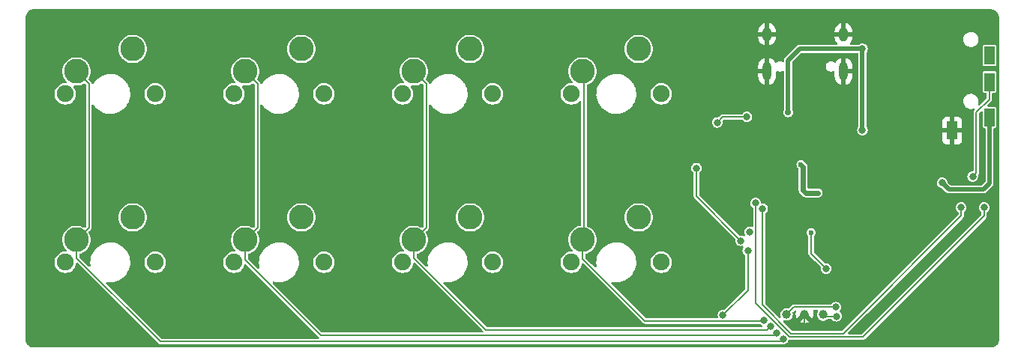
<source format=gbr>
%TF.GenerationSoftware,KiCad,Pcbnew,7.0.7*%
%TF.CreationDate,2023-12-20T03:25:26+09:00*%
%TF.ProjectId,RP2040_8key,52503230-3430-45f3-986b-65792e6b6963,rev?*%
%TF.SameCoordinates,Original*%
%TF.FileFunction,Copper,L2,Bot*%
%TF.FilePolarity,Positive*%
%FSLAX46Y46*%
G04 Gerber Fmt 4.6, Leading zero omitted, Abs format (unit mm)*
G04 Created by KiCad (PCBNEW 7.0.7) date 2023-12-20 03:25:26*
%MOMM*%
%LPD*%
G01*
G04 APERTURE LIST*
%TA.AperFunction,WasherPad*%
%ADD10C,1.910000*%
%TD*%
%TA.AperFunction,ComponentPad*%
%ADD11C,2.800000*%
%TD*%
%TA.AperFunction,ComponentPad*%
%ADD12O,1.000000X2.100000*%
%TD*%
%TA.AperFunction,ComponentPad*%
%ADD13O,1.000000X1.600000*%
%TD*%
%TA.AperFunction,ComponentPad*%
%ADD14R,1.200000X2.100000*%
%TD*%
%TA.AperFunction,SMDPad,CuDef*%
%ADD15C,1.000000*%
%TD*%
%TA.AperFunction,ViaPad*%
%ADD16C,0.800000*%
%TD*%
%TA.AperFunction,ViaPad*%
%ADD17C,0.600000*%
%TD*%
%TA.AperFunction,ViaPad*%
%ADD18C,0.700000*%
%TD*%
%TA.AperFunction,Conductor*%
%ADD19C,0.500000*%
%TD*%
%TA.AperFunction,Conductor*%
%ADD20C,0.200000*%
%TD*%
%TA.AperFunction,Conductor*%
%ADD21C,0.600000*%
%TD*%
G04 APERTURE END LIST*
D10*
%TO.P,SW5,*%
%TO.N,*%
X94920000Y-119050000D03*
X105080000Y-119050000D03*
D11*
%TO.P,SW5,1,1*%
%TO.N,col0*%
X96190000Y-116510000D03*
%TO.P,SW5,2,2*%
%TO.N,Net-(D5-A)*%
X102540000Y-113970000D03*
%TD*%
D12*
%TO.P,J1,S1,SHIELD*%
%TO.N,GND*%
X182820000Y-97430000D03*
D13*
X182820000Y-93250000D03*
D12*
X174180000Y-97430000D03*
D13*
X174180000Y-93250000D03*
%TD*%
D10*
%TO.P,SW8,*%
%TO.N,*%
X152070000Y-119050000D03*
X162230000Y-119050000D03*
D11*
%TO.P,SW8,1,1*%
%TO.N,col3*%
X153340000Y-116510000D03*
%TO.P,SW8,2,2*%
%TO.N,Net-(D8-A)*%
X159690000Y-113970000D03*
%TD*%
D10*
%TO.P,SW4,*%
%TO.N,*%
X152070000Y-100000000D03*
X162230000Y-100000000D03*
D11*
%TO.P,SW4,1,1*%
%TO.N,col3*%
X153340000Y-97460000D03*
%TO.P,SW4,2,2*%
%TO.N,rotary*%
X159690000Y-94920000D03*
%TD*%
D10*
%TO.P,SW3,*%
%TO.N,*%
X133020000Y-100000000D03*
X143180000Y-100000000D03*
D11*
%TO.P,SW3,1,1*%
%TO.N,col2*%
X134290000Y-97460000D03*
%TO.P,SW3,2,2*%
%TO.N,Net-(D3-A)*%
X140640000Y-94920000D03*
%TD*%
D10*
%TO.P,SW6,*%
%TO.N,*%
X113970000Y-119050000D03*
X124130000Y-119050000D03*
D11*
%TO.P,SW6,1,1*%
%TO.N,col1*%
X115240000Y-116510000D03*
%TO.P,SW6,2,2*%
%TO.N,Net-(D6-A)*%
X121590000Y-113970000D03*
%TD*%
D10*
%TO.P,SW2,*%
%TO.N,*%
X113970000Y-100000000D03*
X124130000Y-100000000D03*
D11*
%TO.P,SW2,1,1*%
%TO.N,col1*%
X115240000Y-97460000D03*
%TO.P,SW2,2,2*%
%TO.N,Net-(D2-A)*%
X121590000Y-94920000D03*
%TD*%
D10*
%TO.P,SW1,*%
%TO.N,*%
X94920000Y-100000000D03*
X105080000Y-100000000D03*
D11*
%TO.P,SW1,1,1*%
%TO.N,col0*%
X96190000Y-97460000D03*
%TO.P,SW1,2,2*%
%TO.N,Net-(D1-A)*%
X102540000Y-94920000D03*
%TD*%
D14*
%TO.P,J2,R1*%
%TO.N,R1*%
X199300000Y-98650000D03*
%TO.P,J2,R2*%
%TO.N,R2*%
X199300000Y-95650000D03*
%TO.P,J2,S*%
%TO.N,GND*%
X195100000Y-104150000D03*
%TO.P,J2,T*%
%TO.N,+5V*%
X199300000Y-102650000D03*
%TD*%
D10*
%TO.P,SW7,*%
%TO.N,*%
X133020000Y-119050000D03*
X143180000Y-119050000D03*
D11*
%TO.P,SW7,1,1*%
%TO.N,col2*%
X134290000Y-116510000D03*
%TO.P,SW7,2,2*%
%TO.N,Net-(D7-A)*%
X140640000Y-113970000D03*
%TD*%
D15*
%TO.P,J7,1,Pin_1*%
%TO.N,SWD*%
X180520000Y-124970000D03*
%TD*%
%TO.P,J6,1,Pin_1*%
%TO.N,GND*%
X178430000Y-124910000D03*
%TD*%
%TO.P,J5,1,Pin_1*%
%TO.N,SWCLK*%
X176390000Y-124940000D03*
%TD*%
D16*
%TO.N,+5V*%
X193950000Y-110050000D03*
D17*
%TO.N,GND*%
X178451364Y-112390534D03*
D16*
X182600000Y-118200000D03*
D17*
X169250384Y-108391994D03*
D16*
X174500000Y-118200000D03*
D17*
X177351364Y-114790534D03*
X178451364Y-114790534D03*
D16*
X178075901Y-104275107D03*
D17*
X177351364Y-112390534D03*
D16*
X178400000Y-126400000D03*
D17*
X179651364Y-113590534D03*
D16*
X171300000Y-112200000D03*
X174600000Y-100749500D03*
X182900000Y-109100000D03*
D17*
X179651364Y-114790534D03*
D16*
X178050000Y-100300000D03*
D17*
X178451364Y-113590534D03*
D16*
X177100000Y-119600000D03*
D17*
X179651364Y-112390534D03*
X177351364Y-113590534D03*
D18*
%TO.N,+3V3*%
X176551364Y-102090534D03*
D16*
X184950000Y-94900000D03*
X184950000Y-104100000D03*
X172200500Y-115600000D03*
D17*
%TO.N,+1V1*%
X178001864Y-107990534D03*
D16*
X180844622Y-119755378D03*
D17*
X179951364Y-111190534D03*
X179151364Y-115690036D03*
D16*
%TO.N,row0*%
X171200000Y-116600000D03*
X166200000Y-108400000D03*
%TO.N,row1*%
X169200000Y-125000000D03*
X172000000Y-117700000D03*
%TO.N,SWCLK*%
X181931127Y-124131127D03*
%TO.N,SWD*%
X182000000Y-125150000D03*
%TO.N,USB_BOOT*%
X171900000Y-102600000D03*
X168550000Y-103220000D03*
%TO.N,col0*%
X175979471Y-127734400D03*
%TO.N,col1*%
X175272716Y-127027645D03*
%TO.N,col2*%
X174565961Y-126320891D03*
%TO.N,col3*%
X173859206Y-125614135D03*
%TO.N,R1*%
X197400000Y-109350000D03*
%TO.N,RX*%
X196100000Y-112850000D03*
X173677931Y-112977931D03*
%TO.N,TX*%
X172906663Y-112342202D03*
X198700000Y-112850000D03*
%TD*%
D19*
%TO.N,+5V*%
X194700000Y-110800000D02*
X198600000Y-110800000D01*
X193950000Y-110050000D02*
X194700000Y-110800000D01*
X199300000Y-110100000D02*
X199300000Y-102650000D01*
X198600000Y-110800000D02*
X199300000Y-110100000D01*
D20*
%TO.N,GND*%
X178430000Y-124910000D02*
X178430000Y-126370000D01*
X178430000Y-126370000D02*
X178400000Y-126400000D01*
D19*
%TO.N,+3V3*%
X184950000Y-94900000D02*
X177850000Y-94900000D01*
X177850000Y-94900000D02*
X176551364Y-96198636D01*
X176551364Y-96198636D02*
X176551364Y-102090534D01*
X184950000Y-104100000D02*
X184950000Y-94900000D01*
D20*
%TO.N,+1V1*%
X180844622Y-119755378D02*
X179151364Y-118062120D01*
D21*
X178251364Y-108240034D02*
X178251364Y-110890534D01*
X178001864Y-107990534D02*
X178251364Y-108240034D01*
D20*
X179151364Y-118062120D02*
X179151364Y-115690036D01*
D21*
X178251364Y-110890534D02*
X178551364Y-111190534D01*
X178551364Y-111190534D02*
X179951364Y-111190534D01*
D20*
%TO.N,row0*%
X166200000Y-111600000D02*
X166200000Y-108400000D01*
X171200000Y-116600000D02*
X166200000Y-111600000D01*
%TO.N,row1*%
X172000000Y-122200000D02*
X169200000Y-125000000D01*
X172000000Y-117700000D02*
X172000000Y-122200000D01*
%TO.N,SWCLK*%
X177220000Y-124110000D02*
X181910000Y-124110000D01*
X176390000Y-124940000D02*
X177220000Y-124110000D01*
X181910000Y-124110000D02*
X181931127Y-124131127D01*
%TO.N,SWD*%
X182000000Y-125150000D02*
X180700000Y-125150000D01*
X180700000Y-125150000D02*
X180520000Y-124970000D01*
%TO.N,USB_BOOT*%
X169170000Y-102600000D02*
X168550000Y-103220000D01*
X171900000Y-102600000D02*
X169170000Y-102600000D01*
%TO.N,col0*%
X175713871Y-128000000D02*
X105626596Y-128000000D01*
X97589999Y-115110001D02*
X96190000Y-116510000D01*
X175979471Y-127734400D02*
X175713871Y-128000000D01*
X96190000Y-118563404D02*
X96190000Y-116510000D01*
X96190000Y-97460000D02*
X97589999Y-98859999D01*
X105626596Y-128000000D02*
X96190000Y-118563404D01*
X97589999Y-98859999D02*
X97589999Y-115110001D01*
%TO.N,col1*%
X175000361Y-127300000D02*
X123800000Y-127300000D01*
X115240000Y-118740000D02*
X115240000Y-116510000D01*
X116639999Y-98859999D02*
X116639999Y-115110001D01*
X175272716Y-127027645D02*
X175000361Y-127300000D01*
X115240000Y-97460000D02*
X116639999Y-98859999D01*
X116639999Y-115110001D02*
X115240000Y-116510000D01*
X123800000Y-127300000D02*
X115240000Y-118740000D01*
%TO.N,col2*%
X134290000Y-118563404D02*
X134290000Y-116510000D01*
X174565961Y-126320891D02*
X174186852Y-126700000D01*
X174186852Y-126700000D02*
X142426596Y-126700000D01*
X134290000Y-116510000D02*
X135689999Y-115110001D01*
X135689999Y-115110001D02*
X135689999Y-98859999D01*
X135689999Y-98859999D02*
X134290000Y-97460000D01*
X142426596Y-126700000D02*
X134290000Y-118563404D01*
%TO.N,col3*%
X173773341Y-125700000D02*
X160400000Y-125700000D01*
X153340000Y-97460000D02*
X153500000Y-97620000D01*
X160400000Y-125700000D02*
X153340000Y-118640000D01*
X153340000Y-118640000D02*
X153340000Y-116510000D01*
X153500000Y-97620000D02*
X153500000Y-116350000D01*
X173859206Y-125614135D02*
X173773341Y-125700000D01*
X153500000Y-116350000D02*
X153340000Y-116510000D01*
%TO.N,R1*%
X197800000Y-108950000D02*
X197800000Y-102100000D01*
X197800000Y-102100000D02*
X199300000Y-100600000D01*
X197400000Y-109350000D02*
X197800000Y-108950000D01*
X199300000Y-100600000D02*
X199300000Y-98650000D01*
%TO.N,RX*%
X173677931Y-112977931D02*
X173677931Y-123877931D01*
X196100000Y-113800000D02*
X196100000Y-112850000D01*
X173677931Y-123877931D02*
X176900000Y-127100000D01*
X182800000Y-127100000D02*
X196100000Y-113800000D01*
X176900000Y-127100000D02*
X182800000Y-127100000D01*
%TO.N,TX*%
X172900000Y-123665686D02*
X176734314Y-127500000D01*
X198700000Y-113800000D02*
X198700000Y-112850000D01*
X172906663Y-112342202D02*
X172900000Y-112348865D01*
X176734314Y-127500000D02*
X185000000Y-127500000D01*
X172900000Y-112348865D02*
X172900000Y-123665686D01*
X185000000Y-127500000D02*
X198700000Y-113800000D01*
%TD*%
%TA.AperFunction,Conductor*%
%TO.N,GND*%
G36*
X199402736Y-90400740D02*
G01*
X199420871Y-90402326D01*
X199445519Y-90404482D01*
X199571601Y-90416901D01*
X199591847Y-90420584D01*
X199658353Y-90438404D01*
X199732200Y-90460806D01*
X199751421Y-90466637D01*
X199768094Y-90473016D01*
X199804035Y-90489775D01*
X199835366Y-90504385D01*
X199838418Y-90505911D01*
X199922280Y-90550736D01*
X199928718Y-90554692D01*
X199994799Y-90600963D01*
X199998632Y-90603870D01*
X200070774Y-90663076D01*
X200075347Y-90667220D01*
X200132777Y-90724650D01*
X200136922Y-90729224D01*
X200196128Y-90801366D01*
X200199035Y-90805199D01*
X200245306Y-90871280D01*
X200249265Y-90877723D01*
X200294084Y-90961574D01*
X200295621Y-90964648D01*
X200326982Y-91031904D01*
X200333361Y-91048576D01*
X200361601Y-91141669D01*
X200379412Y-91208145D01*
X200383098Y-91228404D01*
X200395522Y-91354553D01*
X200399260Y-91397254D01*
X200399500Y-91402749D01*
X200399500Y-127697248D01*
X200399260Y-127702744D01*
X200395522Y-127745446D01*
X200383098Y-127871594D01*
X200379412Y-127891853D01*
X200361601Y-127958330D01*
X200333361Y-128051422D01*
X200326982Y-128068094D01*
X200295621Y-128135350D01*
X200294084Y-128138424D01*
X200249265Y-128222275D01*
X200245306Y-128228718D01*
X200199035Y-128294799D01*
X200196128Y-128298632D01*
X200136922Y-128370774D01*
X200132768Y-128375358D01*
X200075358Y-128432768D01*
X200070774Y-128436922D01*
X199998632Y-128496128D01*
X199994799Y-128499035D01*
X199928718Y-128545306D01*
X199922275Y-128549265D01*
X199838424Y-128594084D01*
X199835350Y-128595621D01*
X199768094Y-128626982D01*
X199751422Y-128633361D01*
X199658330Y-128661601D01*
X199591853Y-128679412D01*
X199571594Y-128683098D01*
X199445447Y-128695522D01*
X199406272Y-128698951D01*
X199402741Y-128699260D01*
X199397250Y-128699500D01*
X91402749Y-128699500D01*
X91397259Y-128699260D01*
X91392056Y-128698805D01*
X91354553Y-128695522D01*
X91228404Y-128683098D01*
X91208145Y-128679412D01*
X91141669Y-128661601D01*
X91048576Y-128633361D01*
X91031904Y-128626982D01*
X90964648Y-128595621D01*
X90961574Y-128594084D01*
X90877723Y-128549265D01*
X90871280Y-128545306D01*
X90805199Y-128499035D01*
X90801366Y-128496128D01*
X90729224Y-128436922D01*
X90724650Y-128432777D01*
X90667220Y-128375347D01*
X90663076Y-128370774D01*
X90603870Y-128298632D01*
X90600963Y-128294799D01*
X90554692Y-128228718D01*
X90550733Y-128222275D01*
X90505914Y-128138424D01*
X90504385Y-128135366D01*
X90490011Y-128104542D01*
X90473016Y-128068094D01*
X90466637Y-128051421D01*
X90438398Y-127958330D01*
X90420584Y-127891847D01*
X90416901Y-127871601D01*
X90404482Y-127745519D01*
X90402326Y-127720871D01*
X90400740Y-127702736D01*
X90400500Y-127697242D01*
X90400500Y-119161243D01*
X93719500Y-119161243D01*
X93732511Y-119230843D01*
X93760383Y-119379946D01*
X93840751Y-119587396D01*
X93840759Y-119587412D01*
X93957874Y-119776560D01*
X93957875Y-119776561D01*
X94107764Y-119940982D01*
X94285310Y-120075057D01*
X94285315Y-120075061D01*
X94484462Y-120174225D01*
X94484468Y-120174227D01*
X94484472Y-120174229D01*
X94484478Y-120174230D01*
X94484479Y-120174231D01*
X94517618Y-120183660D01*
X94698464Y-120235115D01*
X94864497Y-120250500D01*
X94864504Y-120250500D01*
X94975496Y-120250500D01*
X94975503Y-120250500D01*
X95141536Y-120235115D01*
X95355528Y-120174229D01*
X95355533Y-120174226D01*
X95355537Y-120174225D01*
X95554684Y-120075061D01*
X95554685Y-120075059D01*
X95554689Y-120075058D01*
X95732236Y-119940981D01*
X95882124Y-119776562D01*
X95999247Y-119587401D01*
X96079618Y-119379940D01*
X96114748Y-119192011D01*
X96146926Y-119128729D01*
X96208211Y-119092887D01*
X96279145Y-119095868D01*
X96327697Y-119126072D01*
X105369629Y-128168004D01*
X105375358Y-128174588D01*
X105382638Y-128184229D01*
X105417954Y-128216423D01*
X105420037Y-128218412D01*
X105430343Y-128228718D01*
X105433799Y-128232174D01*
X105435958Y-128233653D01*
X105442795Y-128239069D01*
X105465663Y-128259916D01*
X105471909Y-128262335D01*
X105497592Y-128275873D01*
X105503115Y-128279656D01*
X105533225Y-128286737D01*
X105541562Y-128289318D01*
X105551259Y-128293075D01*
X105570419Y-128300499D01*
X105570421Y-128300499D01*
X105570423Y-128300500D01*
X105577116Y-128300500D01*
X105605962Y-128303846D01*
X105612477Y-128305379D01*
X105634230Y-128302344D01*
X105643118Y-128301105D01*
X105651832Y-128300500D01*
X175650962Y-128300500D01*
X175659676Y-128301105D01*
X175671631Y-128302771D01*
X175671636Y-128302773D01*
X175713194Y-128300851D01*
X175719360Y-128300567D01*
X175722270Y-128300500D01*
X175747545Y-128300500D01*
X175747545Y-128301929D01*
X175799329Y-128309760D01*
X175805545Y-128312334D01*
X175822709Y-128319444D01*
X175979471Y-128340082D01*
X176136233Y-128319444D01*
X176282312Y-128258936D01*
X176407753Y-128162682D01*
X176504007Y-128037241D01*
X176564515Y-127891162D01*
X176564515Y-127891160D01*
X176567675Y-127883532D01*
X176569650Y-127884350D01*
X176600681Y-127833425D01*
X176664536Y-127802393D01*
X176714297Y-127803991D01*
X176720195Y-127805379D01*
X176741948Y-127802344D01*
X176750836Y-127801105D01*
X176759550Y-127800500D01*
X184937091Y-127800500D01*
X184945805Y-127801105D01*
X184957760Y-127802771D01*
X184957765Y-127802773D01*
X184999323Y-127800851D01*
X185005489Y-127800567D01*
X185008399Y-127800500D01*
X185027841Y-127800500D01*
X185027844Y-127800500D01*
X185030404Y-127800021D01*
X185039085Y-127799013D01*
X185039103Y-127799012D01*
X185069992Y-127797585D01*
X185076115Y-127794881D01*
X185103861Y-127786289D01*
X185110433Y-127785061D01*
X185136733Y-127768776D01*
X185144464Y-127764702D01*
X185150284Y-127762131D01*
X185172765Y-127752206D01*
X185177492Y-127747478D01*
X185200264Y-127729441D01*
X185202053Y-127728332D01*
X185205952Y-127725919D01*
X185224601Y-127701221D01*
X185230326Y-127694643D01*
X198868013Y-114056956D01*
X198874594Y-114051231D01*
X198884220Y-114043961D01*
X198884228Y-114043958D01*
X198916445Y-114008616D01*
X198918395Y-114006574D01*
X198932174Y-113992797D01*
X198933644Y-113990649D01*
X198939069Y-113983800D01*
X198959916Y-113960933D01*
X198962333Y-113954694D01*
X198975878Y-113928997D01*
X198975884Y-113928988D01*
X198979657Y-113923481D01*
X198986742Y-113893353D01*
X198989318Y-113885034D01*
X199000500Y-113856173D01*
X199000500Y-113849480D01*
X199003847Y-113820633D01*
X199005379Y-113814118D01*
X199001105Y-113783476D01*
X199000500Y-113774761D01*
X199000500Y-113438469D01*
X199020502Y-113370348D01*
X199049796Y-113338507D01*
X199105525Y-113295743D01*
X199128282Y-113278282D01*
X199224536Y-113152841D01*
X199285044Y-113006762D01*
X199305682Y-112850000D01*
X199301886Y-112821170D01*
X199285044Y-112693239D01*
X199277527Y-112675090D01*
X199224536Y-112547159D01*
X199128282Y-112421718D01*
X199002841Y-112325464D01*
X198856762Y-112264956D01*
X198856760Y-112264955D01*
X198700000Y-112244318D01*
X198543239Y-112264955D01*
X198397160Y-112325463D01*
X198397157Y-112325465D01*
X198271718Y-112421718D01*
X198175465Y-112547157D01*
X198175463Y-112547160D01*
X198114955Y-112693239D01*
X198094318Y-112849999D01*
X198094318Y-112850000D01*
X198114955Y-113006760D01*
X198175463Y-113152839D01*
X198175465Y-113152842D01*
X198271720Y-113278284D01*
X198350204Y-113338507D01*
X198392071Y-113395844D01*
X198399500Y-113438469D01*
X198399500Y-113623338D01*
X198379498Y-113691459D01*
X198362595Y-113712433D01*
X184912434Y-127162595D01*
X184850122Y-127196621D01*
X184823339Y-127199500D01*
X183429661Y-127199500D01*
X183361540Y-127179498D01*
X183315047Y-127125842D01*
X183304943Y-127055568D01*
X183334437Y-126990988D01*
X183340566Y-126984405D01*
X185493204Y-124831767D01*
X196268013Y-114056956D01*
X196274594Y-114051231D01*
X196284220Y-114043961D01*
X196284228Y-114043958D01*
X196316445Y-114008616D01*
X196318395Y-114006574D01*
X196332174Y-113992797D01*
X196333644Y-113990649D01*
X196339069Y-113983800D01*
X196359916Y-113960933D01*
X196362335Y-113954688D01*
X196375877Y-113928997D01*
X196379656Y-113923481D01*
X196386739Y-113893365D01*
X196389320Y-113885029D01*
X196400500Y-113856173D01*
X196400500Y-113849479D01*
X196403847Y-113820631D01*
X196405379Y-113814119D01*
X196402982Y-113796942D01*
X196401105Y-113783476D01*
X196400500Y-113774761D01*
X196400500Y-113438469D01*
X196420502Y-113370348D01*
X196449796Y-113338507D01*
X196505525Y-113295743D01*
X196528282Y-113278282D01*
X196624536Y-113152841D01*
X196685044Y-113006762D01*
X196705682Y-112850000D01*
X196701886Y-112821170D01*
X196685044Y-112693239D01*
X196677527Y-112675090D01*
X196624536Y-112547159D01*
X196528282Y-112421718D01*
X196402841Y-112325464D01*
X196256762Y-112264956D01*
X196256760Y-112264955D01*
X196100000Y-112244318D01*
X195943239Y-112264955D01*
X195797160Y-112325463D01*
X195797157Y-112325465D01*
X195671718Y-112421718D01*
X195575465Y-112547157D01*
X195575463Y-112547160D01*
X195514955Y-112693239D01*
X195494318Y-112849999D01*
X195494318Y-112850000D01*
X195514955Y-113006760D01*
X195575463Y-113152839D01*
X195575465Y-113152842D01*
X195671720Y-113278284D01*
X195750204Y-113338507D01*
X195792071Y-113395844D01*
X195799500Y-113438469D01*
X195799500Y-113623338D01*
X195779498Y-113691459D01*
X195762595Y-113712433D01*
X182712434Y-126762595D01*
X182650122Y-126796621D01*
X182623339Y-126799500D01*
X177076661Y-126799500D01*
X177008540Y-126779498D01*
X176987566Y-126762595D01*
X176041320Y-125816349D01*
X176021447Y-125779956D01*
X177919252Y-125779956D01*
X178042391Y-125845776D01*
X178232393Y-125903414D01*
X178232404Y-125903416D01*
X178429997Y-125922877D01*
X178430003Y-125922877D01*
X178627595Y-125903416D01*
X178627606Y-125903414D01*
X178817608Y-125845776D01*
X178817612Y-125845775D01*
X178940747Y-125779956D01*
X178430001Y-125269210D01*
X178430000Y-125269210D01*
X177919252Y-125779956D01*
X176021447Y-125779956D01*
X176007294Y-125754037D01*
X176012359Y-125683222D01*
X176054906Y-125626386D01*
X176121426Y-125601575D01*
X176160568Y-125604915D01*
X176304944Y-125640500D01*
X176304947Y-125640500D01*
X176475053Y-125640500D01*
X176475056Y-125640500D01*
X176640225Y-125599790D01*
X176790852Y-125520734D01*
X176918183Y-125407929D01*
X177014818Y-125267930D01*
X177075140Y-125108872D01*
X177095645Y-124940000D01*
X177083611Y-124840896D01*
X177075140Y-124771129D01*
X177074095Y-124766887D01*
X177074235Y-124763677D01*
X177074222Y-124763562D01*
X177074241Y-124763559D01*
X177077210Y-124695959D01*
X177107335Y-124647635D01*
X177252463Y-124502507D01*
X177314774Y-124468483D01*
X177385590Y-124473548D01*
X177442425Y-124516095D01*
X177467236Y-124582616D01*
X177462132Y-124628179D01*
X177436584Y-124712399D01*
X177436583Y-124712404D01*
X177417123Y-124909996D01*
X177417123Y-124910003D01*
X177436583Y-125107595D01*
X177436585Y-125107606D01*
X177494223Y-125297608D01*
X177560042Y-125420747D01*
X178340905Y-124639885D01*
X178403217Y-124605859D01*
X178474032Y-124610924D01*
X178519096Y-124639885D01*
X179299957Y-125420746D01*
X179365775Y-125297612D01*
X179365776Y-125297608D01*
X179423414Y-125107606D01*
X179423416Y-125107595D01*
X179442876Y-124910003D01*
X179442876Y-124909996D01*
X179423416Y-124712404D01*
X179423416Y-124712402D01*
X179381152Y-124573076D01*
X179380519Y-124502082D01*
X179418368Y-124442016D01*
X179482683Y-124411947D01*
X179501727Y-124410500D01*
X179814951Y-124410500D01*
X179883072Y-124430502D01*
X179929565Y-124484158D01*
X179939669Y-124554432D01*
X179918648Y-124608073D01*
X179901130Y-124633453D01*
X179895179Y-124642074D01*
X179834859Y-124801128D01*
X179814355Y-124969997D01*
X179814355Y-124970002D01*
X179834859Y-125138871D01*
X179895179Y-125297925D01*
X179895181Y-125297929D01*
X179991816Y-125437928D01*
X179991818Y-125437930D01*
X180061650Y-125499796D01*
X180119148Y-125550734D01*
X180269775Y-125629790D01*
X180269776Y-125629790D01*
X180269778Y-125629791D01*
X180426461Y-125668409D01*
X180434944Y-125670500D01*
X180434947Y-125670500D01*
X180605053Y-125670500D01*
X180605056Y-125670500D01*
X180770225Y-125629790D01*
X180920852Y-125550734D01*
X180998225Y-125482187D01*
X181062477Y-125451987D01*
X181081778Y-125450500D01*
X181411531Y-125450500D01*
X181479652Y-125470502D01*
X181511493Y-125499796D01*
X181571715Y-125578279D01*
X181571716Y-125578280D01*
X181571718Y-125578282D01*
X181697159Y-125674536D01*
X181843238Y-125735044D01*
X182000000Y-125755682D01*
X182156762Y-125735044D01*
X182302841Y-125674536D01*
X182428282Y-125578282D01*
X182524536Y-125452841D01*
X182585044Y-125306762D01*
X182605682Y-125150000D01*
X182585044Y-124993238D01*
X182524536Y-124847159D01*
X182428282Y-124721718D01*
X182406503Y-124705007D01*
X182364638Y-124647672D01*
X182360416Y-124576801D01*
X182383247Y-124528342D01*
X182392645Y-124516095D01*
X182455663Y-124433968D01*
X182516171Y-124287889D01*
X182536809Y-124131127D01*
X182516171Y-123974365D01*
X182455663Y-123828286D01*
X182359409Y-123702845D01*
X182233968Y-123606591D01*
X182224761Y-123602777D01*
X182087887Y-123546082D01*
X181931127Y-123525445D01*
X181774366Y-123546082D01*
X181628287Y-123606590D01*
X181628284Y-123606592D01*
X181502842Y-123702847D01*
X181458831Y-123760204D01*
X181401493Y-123802071D01*
X181358869Y-123809500D01*
X177282909Y-123809500D01*
X177274195Y-123808895D01*
X177262235Y-123807227D01*
X177214511Y-123809433D01*
X177211601Y-123809500D01*
X177192147Y-123809500D01*
X177189575Y-123809981D01*
X177180915Y-123810985D01*
X177150010Y-123812414D01*
X177150004Y-123812416D01*
X177143872Y-123815123D01*
X177116156Y-123823706D01*
X177109571Y-123824937D01*
X177109567Y-123824939D01*
X177083259Y-123841226D01*
X177075537Y-123845296D01*
X177047234Y-123857794D01*
X177042499Y-123862529D01*
X177019746Y-123880552D01*
X177014050Y-123884079D01*
X177014044Y-123884084D01*
X176995398Y-123908774D01*
X176989665Y-123915363D01*
X176678115Y-124226912D01*
X176615803Y-124260938D01*
X176558868Y-124260156D01*
X176475061Y-124239500D01*
X176475056Y-124239500D01*
X176304944Y-124239500D01*
X176304940Y-124239500D01*
X176139778Y-124280208D01*
X176139774Y-124280210D01*
X175989148Y-124359265D01*
X175989142Y-124359270D01*
X175861818Y-124472069D01*
X175861816Y-124472071D01*
X175765181Y-124612070D01*
X175765179Y-124612074D01*
X175704859Y-124771128D01*
X175684355Y-124939997D01*
X175684355Y-124940002D01*
X175704859Y-125108871D01*
X175723392Y-125157739D01*
X175728846Y-125228526D01*
X175695163Y-125291024D01*
X175633038Y-125325391D01*
X175562196Y-125320714D01*
X175516485Y-125291514D01*
X174015336Y-123790364D01*
X173981310Y-123728052D01*
X173978431Y-123701269D01*
X173978431Y-115690036D01*
X178645717Y-115690036D01*
X178666199Y-115832493D01*
X178725987Y-115963409D01*
X178782199Y-116028282D01*
X178820089Y-116072009D01*
X178849582Y-116136590D01*
X178850864Y-116154521D01*
X178850864Y-117999211D01*
X178850259Y-118007925D01*
X178848591Y-118019884D01*
X178850797Y-118067609D01*
X178850864Y-118070519D01*
X178850864Y-118089974D01*
X178851345Y-118092548D01*
X178852349Y-118101208D01*
X178853778Y-118132109D01*
X178853779Y-118132113D01*
X178856484Y-118138239D01*
X178865072Y-118165971D01*
X178866302Y-118172549D01*
X178866305Y-118172557D01*
X178882588Y-118198856D01*
X178886659Y-118206580D01*
X178899158Y-118234885D01*
X178903889Y-118239616D01*
X178921921Y-118262380D01*
X178925446Y-118268073D01*
X178950135Y-118286717D01*
X178956718Y-118292445D01*
X179603030Y-118938757D01*
X180216025Y-119551752D01*
X180250051Y-119614064D01*
X180251852Y-119657292D01*
X180238940Y-119755376D01*
X180238940Y-119755378D01*
X180259577Y-119912138D01*
X180259578Y-119912140D01*
X180320086Y-120058219D01*
X180416340Y-120183660D01*
X180541781Y-120279914D01*
X180687860Y-120340422D01*
X180844622Y-120361060D01*
X181001384Y-120340422D01*
X181147463Y-120279914D01*
X181272904Y-120183660D01*
X181369158Y-120058219D01*
X181429666Y-119912140D01*
X181450304Y-119755378D01*
X181445417Y-119718261D01*
X181429666Y-119598617D01*
X181428696Y-119596274D01*
X181369158Y-119452537D01*
X181272904Y-119327096D01*
X181147463Y-119230842D01*
X181003724Y-119171303D01*
X181001382Y-119170333D01*
X180844622Y-119149696D01*
X180844620Y-119149696D01*
X180746537Y-119162608D01*
X180676389Y-119151668D01*
X180640997Y-119126781D01*
X179488769Y-117974553D01*
X179454743Y-117912241D01*
X179451864Y-117885458D01*
X179451864Y-116154521D01*
X179471866Y-116086400D01*
X179482639Y-116072009D01*
X179509892Y-116040557D01*
X179576741Y-115963409D01*
X179636529Y-115832493D01*
X179657011Y-115690036D01*
X179636529Y-115547579D01*
X179576741Y-115416663D01*
X179482492Y-115307893D01*
X179482491Y-115307892D01*
X179482490Y-115307891D01*
X179361417Y-115230083D01*
X179223325Y-115189536D01*
X179079403Y-115189536D01*
X178941310Y-115230083D01*
X178820237Y-115307891D01*
X178725987Y-115416662D01*
X178666199Y-115547579D01*
X178657280Y-115609616D01*
X178645717Y-115690036D01*
X173978431Y-115690036D01*
X173978431Y-113566400D01*
X173998433Y-113498279D01*
X174027727Y-113466438D01*
X174106210Y-113406215D01*
X174106209Y-113406215D01*
X174106213Y-113406213D01*
X174202467Y-113280772D01*
X174262975Y-113134693D01*
X174283613Y-112977931D01*
X174262975Y-112821169D01*
X174202467Y-112675090D01*
X174106213Y-112549649D01*
X173980772Y-112453395D01*
X173955981Y-112443126D01*
X173834691Y-112392886D01*
X173677931Y-112372249D01*
X173677930Y-112372249D01*
X173643976Y-112376719D01*
X173573827Y-112365779D01*
X173520729Y-112318651D01*
X173502608Y-112268243D01*
X173491707Y-112185441D01*
X173431199Y-112039362D01*
X173431199Y-112039361D01*
X173334945Y-111913920D01*
X173209504Y-111817666D01*
X173181227Y-111805953D01*
X173063423Y-111757157D01*
X172906663Y-111736520D01*
X172749902Y-111757157D01*
X172603823Y-111817665D01*
X172603820Y-111817667D01*
X172478381Y-111913920D01*
X172382128Y-112039359D01*
X172382126Y-112039362D01*
X172321618Y-112185441D01*
X172300981Y-112342201D01*
X172300981Y-112342202D01*
X172321618Y-112498962D01*
X172338424Y-112539534D01*
X172382127Y-112645043D01*
X172478381Y-112770484D01*
X172550203Y-112825594D01*
X172592071Y-112882931D01*
X172599500Y-112925557D01*
X172599500Y-114926722D01*
X172579498Y-114994843D01*
X172525842Y-115041336D01*
X172455568Y-115051440D01*
X172425282Y-115043131D01*
X172357260Y-115014955D01*
X172200500Y-114994318D01*
X172043739Y-115014955D01*
X171897660Y-115075463D01*
X171897657Y-115075465D01*
X171772218Y-115171718D01*
X171675965Y-115297157D01*
X171675963Y-115297160D01*
X171615455Y-115443239D01*
X171594818Y-115599999D01*
X171594818Y-115600000D01*
X171615455Y-115756760D01*
X171615456Y-115756762D01*
X171675964Y-115902841D01*
X171675966Y-115902843D01*
X171675967Y-115902846D01*
X171676904Y-115904470D01*
X171677278Y-115906012D01*
X171679125Y-115910471D01*
X171678429Y-115910759D01*
X171693640Y-115973466D01*
X171670417Y-116040557D01*
X171614608Y-116084442D01*
X171543933Y-116091188D01*
X171504787Y-116076587D01*
X171502846Y-116075467D01*
X171502843Y-116075466D01*
X171502841Y-116075464D01*
X171379535Y-116024389D01*
X171356760Y-116014955D01*
X171200000Y-115994318D01*
X171199998Y-115994318D01*
X171101914Y-116007230D01*
X171031765Y-115996290D01*
X170996374Y-115971403D01*
X166537405Y-111512433D01*
X166503379Y-111450121D01*
X166500500Y-111423338D01*
X166500500Y-108988469D01*
X166520502Y-108920348D01*
X166549796Y-108888507D01*
X166628279Y-108828284D01*
X166628278Y-108828284D01*
X166628282Y-108828282D01*
X166724536Y-108702841D01*
X166785044Y-108556762D01*
X166805682Y-108400000D01*
X166785044Y-108243238D01*
X166724536Y-108097159D01*
X166642718Y-107990532D01*
X177496217Y-107990532D01*
X177503594Y-108041846D01*
X177504074Y-108046317D01*
X177507772Y-108098015D01*
X177507774Y-108098022D01*
X177509385Y-108102342D01*
X177516041Y-108128417D01*
X177516698Y-108132989D01*
X177516700Y-108132996D01*
X177538229Y-108180137D01*
X177539950Y-108184291D01*
X177549847Y-108210825D01*
X177558068Y-108232865D01*
X177558069Y-108232866D01*
X177560832Y-108236558D01*
X177574570Y-108259712D01*
X177576483Y-108263901D01*
X177576485Y-108263904D01*
X177576486Y-108263905D01*
X177576487Y-108263907D01*
X177610429Y-108303078D01*
X177613243Y-108306570D01*
X177622643Y-108319127D01*
X177633728Y-108330212D01*
X177636782Y-108333492D01*
X177670736Y-108372677D01*
X177674609Y-108375166D01*
X177695583Y-108392067D01*
X177713957Y-108410441D01*
X177747984Y-108472751D01*
X177750864Y-108499538D01*
X177750864Y-110823174D01*
X177747985Y-110849954D01*
X177747005Y-110854457D01*
X177747005Y-110854462D01*
X177750703Y-110906168D01*
X177750864Y-110910664D01*
X177750864Y-110926333D01*
X177753093Y-110941845D01*
X177753573Y-110946312D01*
X177757272Y-110998014D01*
X177757274Y-110998022D01*
X177758885Y-111002342D01*
X177765541Y-111028417D01*
X177766198Y-111032989D01*
X177766200Y-111032996D01*
X177787729Y-111080137D01*
X177789450Y-111084291D01*
X177795556Y-111100660D01*
X177807568Y-111132865D01*
X177807569Y-111132866D01*
X177810332Y-111136558D01*
X177824070Y-111159712D01*
X177825983Y-111163901D01*
X177825985Y-111163904D01*
X177825986Y-111163905D01*
X177825987Y-111163907D01*
X177859187Y-111202222D01*
X177859929Y-111203078D01*
X177862743Y-111206570D01*
X177872143Y-111219127D01*
X177883229Y-111230213D01*
X177886284Y-111233494D01*
X177911417Y-111262500D01*
X177920236Y-111272677D01*
X177924115Y-111275169D01*
X177945087Y-111292071D01*
X178149825Y-111496809D01*
X178166726Y-111517780D01*
X178169221Y-111521662D01*
X178204413Y-111552156D01*
X178208402Y-111555612D01*
X178211681Y-111558665D01*
X178222771Y-111569755D01*
X178235327Y-111579154D01*
X178238820Y-111581969D01*
X178277991Y-111615911D01*
X178282178Y-111617823D01*
X178305339Y-111631565D01*
X178309033Y-111634330D01*
X178309036Y-111634332D01*
X178342273Y-111646727D01*
X178357610Y-111652448D01*
X178361740Y-111654158D01*
X178408907Y-111675699D01*
X178413471Y-111676355D01*
X178439566Y-111683015D01*
X178443881Y-111684625D01*
X178495592Y-111688323D01*
X178500021Y-111688798D01*
X178515565Y-111691034D01*
X178531234Y-111691034D01*
X178535730Y-111691195D01*
X178551911Y-111692351D01*
X178587437Y-111694893D01*
X178591937Y-111693913D01*
X178618722Y-111691034D01*
X180023322Y-111691034D01*
X180023325Y-111691034D01*
X180049381Y-111683382D01*
X180066931Y-111679564D01*
X180093821Y-111675699D01*
X180118524Y-111664416D01*
X180135361Y-111658137D01*
X180161417Y-111650487D01*
X180184266Y-111635802D01*
X180200034Y-111627192D01*
X180224737Y-111615911D01*
X180245260Y-111598126D01*
X180259633Y-111587366D01*
X180282492Y-111572677D01*
X180300275Y-111552153D01*
X180312986Y-111539443D01*
X180333507Y-111521662D01*
X180348196Y-111498803D01*
X180358956Y-111484430D01*
X180376741Y-111463907D01*
X180388022Y-111439204D01*
X180396632Y-111423436D01*
X180411317Y-111400587D01*
X180418967Y-111374531D01*
X180425252Y-111357682D01*
X180436529Y-111332991D01*
X180440392Y-111306118D01*
X180444216Y-111288539D01*
X180451863Y-111262500D01*
X180451864Y-111262494D01*
X180451864Y-111235341D01*
X180453147Y-111217408D01*
X180457011Y-111190535D01*
X180453146Y-111163651D01*
X180451864Y-111145721D01*
X180451864Y-111118574D01*
X180451864Y-111118573D01*
X180444211Y-111092512D01*
X180440392Y-111074950D01*
X180436530Y-111048082D01*
X180436529Y-111048080D01*
X180436529Y-111048077D01*
X180425250Y-111023380D01*
X180418966Y-111006533D01*
X180411317Y-110980481D01*
X180411315Y-110980478D01*
X180411315Y-110980477D01*
X180396636Y-110957637D01*
X180388023Y-110941866D01*
X180376741Y-110917161D01*
X180358959Y-110896640D01*
X180348188Y-110882250D01*
X180333507Y-110859406D01*
X180312984Y-110841622D01*
X180300275Y-110828913D01*
X180295302Y-110823174D01*
X180282492Y-110808391D01*
X180259643Y-110793707D01*
X180245255Y-110782936D01*
X180224738Y-110765158D01*
X180224737Y-110765157D01*
X180224734Y-110765155D01*
X180224730Y-110765153D01*
X180200032Y-110753872D01*
X180184263Y-110745261D01*
X180161423Y-110730583D01*
X180161420Y-110730582D01*
X180161417Y-110730581D01*
X180135359Y-110722929D01*
X180118525Y-110716650D01*
X180093821Y-110705369D01*
X180066934Y-110701502D01*
X180049383Y-110697684D01*
X180023325Y-110690034D01*
X180023323Y-110690034D01*
X178877864Y-110690034D01*
X178809743Y-110670032D01*
X178763250Y-110616376D01*
X178751864Y-110564034D01*
X178751864Y-110050000D01*
X193344318Y-110050000D01*
X193364955Y-110206760D01*
X193408794Y-110312595D01*
X193425464Y-110352841D01*
X193521718Y-110478282D01*
X193647159Y-110574536D01*
X193793238Y-110635044D01*
X193871408Y-110645335D01*
X193936335Y-110674057D01*
X193944057Y-110681162D01*
X194361050Y-111098155D01*
X194365760Y-111103425D01*
X194382571Y-111124503D01*
X194390121Y-111133970D01*
X194390124Y-111133972D01*
X194390125Y-111133973D01*
X194409816Y-111147398D01*
X194439271Y-111167480D01*
X194487118Y-111202793D01*
X194487121Y-111202794D01*
X194494660Y-111206779D01*
X194502324Y-111210470D01*
X194502327Y-111210472D01*
X194559177Y-111228007D01*
X194615301Y-111247646D01*
X194615307Y-111247646D01*
X194623715Y-111249237D01*
X194632094Y-111250500D01*
X194691574Y-111250500D01*
X194751010Y-111252724D01*
X194751016Y-111252722D01*
X194760390Y-111251667D01*
X194760487Y-111252528D01*
X194775897Y-111250500D01*
X198571157Y-111250500D01*
X198578211Y-111250895D01*
X198617035Y-111255270D01*
X198617035Y-111255269D01*
X198617036Y-111255270D01*
X198617036Y-111255269D01*
X198642397Y-111250470D01*
X198675478Y-111244212D01*
X198706636Y-111239515D01*
X198734287Y-111235348D01*
X198734295Y-111235343D01*
X198742472Y-111232821D01*
X198750472Y-111230023D01*
X198803073Y-111202222D01*
X198827343Y-111190534D01*
X198856642Y-111176425D01*
X198856646Y-111176421D01*
X198863685Y-111171622D01*
X198870531Y-111166569D01*
X198870538Y-111166566D01*
X198912600Y-111124503D01*
X198956194Y-111084055D01*
X198956197Y-111084048D01*
X198962081Y-111076672D01*
X198962762Y-111077215D01*
X198972219Y-111064883D01*
X199598175Y-110438927D01*
X199603419Y-110434241D01*
X199633970Y-110409879D01*
X199667476Y-110360734D01*
X199702792Y-110312883D01*
X199706789Y-110305320D01*
X199710471Y-110297674D01*
X199710470Y-110297674D01*
X199710472Y-110297673D01*
X199728008Y-110240820D01*
X199747646Y-110184700D01*
X199747646Y-110184693D01*
X199749228Y-110176335D01*
X199750500Y-110167901D01*
X199750500Y-110108426D01*
X199752724Y-110048990D01*
X199752722Y-110048984D01*
X199751667Y-110039610D01*
X199752528Y-110039512D01*
X199750500Y-110024103D01*
X199750500Y-103976500D01*
X199770502Y-103908379D01*
X199824158Y-103861886D01*
X199876500Y-103850500D01*
X199914815Y-103850500D01*
X199914820Y-103850500D01*
X199958722Y-103841767D01*
X200008504Y-103808504D01*
X200041767Y-103758722D01*
X200050500Y-103714820D01*
X200050500Y-101585180D01*
X200041767Y-101541278D01*
X200041765Y-101541274D01*
X200008504Y-101491495D01*
X199958725Y-101458234D01*
X199958721Y-101458232D01*
X199914820Y-101449500D01*
X199179662Y-101449500D01*
X199111541Y-101429498D01*
X199065048Y-101375842D01*
X199054944Y-101305568D01*
X199084438Y-101240988D01*
X199090566Y-101234405D01*
X199336566Y-100988404D01*
X199468009Y-100856960D01*
X199474597Y-100851228D01*
X199484221Y-100843961D01*
X199484228Y-100843958D01*
X199516445Y-100808616D01*
X199518395Y-100806574D01*
X199532174Y-100792797D01*
X199533644Y-100790649D01*
X199539069Y-100783800D01*
X199559916Y-100760933D01*
X199562335Y-100754688D01*
X199575877Y-100728997D01*
X199579656Y-100723481D01*
X199586739Y-100693365D01*
X199589320Y-100685029D01*
X199600500Y-100656173D01*
X199600500Y-100649479D01*
X199603847Y-100620631D01*
X199605379Y-100614119D01*
X199602982Y-100596942D01*
X199601105Y-100583476D01*
X199600500Y-100574761D01*
X199600500Y-99976500D01*
X199620502Y-99908379D01*
X199674158Y-99861886D01*
X199726500Y-99850500D01*
X199914815Y-99850500D01*
X199914820Y-99850500D01*
X199958722Y-99841767D01*
X200008504Y-99808504D01*
X200041767Y-99758722D01*
X200050500Y-99714820D01*
X200050500Y-97585180D01*
X200041767Y-97541278D01*
X200041765Y-97541274D01*
X200008504Y-97491495D01*
X199958725Y-97458234D01*
X199958721Y-97458232D01*
X199914820Y-97449500D01*
X198685180Y-97449500D01*
X198685179Y-97449500D01*
X198641278Y-97458232D01*
X198641274Y-97458234D01*
X198591495Y-97491495D01*
X198558234Y-97541274D01*
X198558232Y-97541278D01*
X198549500Y-97585179D01*
X198549500Y-99714820D01*
X198558232Y-99758721D01*
X198558234Y-99758725D01*
X198591495Y-99808504D01*
X198641274Y-99841765D01*
X198641278Y-99841767D01*
X198685180Y-99850500D01*
X198873500Y-99850500D01*
X198941621Y-99870502D01*
X198988114Y-99924158D01*
X198999500Y-99976500D01*
X198999500Y-100423338D01*
X198979498Y-100491459D01*
X198962599Y-100512428D01*
X198584047Y-100890981D01*
X198210645Y-101264383D01*
X198148333Y-101298408D01*
X198077517Y-101293343D01*
X198020682Y-101250796D01*
X197995871Y-101184276D01*
X198004499Y-101128649D01*
X198024331Y-101078875D01*
X198054260Y-100896317D01*
X198051815Y-100851228D01*
X198045188Y-100728988D01*
X198044245Y-100711593D01*
X198039184Y-100693365D01*
X197994756Y-100533348D01*
X197994755Y-100533347D01*
X197994754Y-100533341D01*
X197954041Y-100456548D01*
X197908100Y-100369895D01*
X197788342Y-100228906D01*
X197788337Y-100228900D01*
X197641064Y-100116946D01*
X197641063Y-100116945D01*
X197641060Y-100116943D01*
X197473166Y-100039267D01*
X197292503Y-99999501D01*
X197292500Y-99999500D01*
X197292497Y-99999500D01*
X197153887Y-99999500D01*
X197153877Y-99999500D01*
X197016096Y-100014484D01*
X197016087Y-100014486D01*
X196840779Y-100073555D01*
X196840776Y-100073557D01*
X196682266Y-100168928D01*
X196682265Y-100168929D01*
X196547961Y-100296148D01*
X196444139Y-100449273D01*
X196375669Y-100621122D01*
X196375668Y-100621125D01*
X196345740Y-100803682D01*
X196345740Y-100803683D01*
X196355754Y-100988404D01*
X196355756Y-100988415D01*
X196405243Y-101166651D01*
X196405246Y-101166659D01*
X196491899Y-101330104D01*
X196611657Y-101471093D01*
X196611663Y-101471100D01*
X196703981Y-101541278D01*
X196758939Y-101583056D01*
X196926832Y-101660732D01*
X196926833Y-101660732D01*
X197107503Y-101700500D01*
X197107506Y-101700500D01*
X197246105Y-101700500D01*
X197246113Y-101700500D01*
X197257365Y-101699276D01*
X197383903Y-101685515D01*
X197383905Y-101685514D01*
X197383910Y-101685514D01*
X197481677Y-101652571D01*
X197552617Y-101649775D01*
X197613809Y-101685776D01*
X197645823Y-101749145D01*
X197638496Y-101819763D01*
X197615022Y-101856864D01*
X197583575Y-101891358D01*
X197581569Y-101893459D01*
X197567826Y-101907203D01*
X197567815Y-101907216D01*
X197566339Y-101909370D01*
X197560926Y-101916202D01*
X197540083Y-101939066D01*
X197537661Y-101945319D01*
X197524128Y-101970993D01*
X197520344Y-101976517D01*
X197520342Y-101976520D01*
X197513259Y-102006633D01*
X197510676Y-102014974D01*
X197499500Y-102043824D01*
X197499500Y-102050519D01*
X197496154Y-102079365D01*
X197494621Y-102085882D01*
X197498895Y-102116522D01*
X197499500Y-102125236D01*
X197499500Y-108620719D01*
X197479498Y-108688840D01*
X197425842Y-108735333D01*
X197389947Y-108745641D01*
X197243239Y-108764955D01*
X197097160Y-108825463D01*
X197097157Y-108825465D01*
X196971718Y-108921718D01*
X196875465Y-109047157D01*
X196875463Y-109047160D01*
X196814955Y-109193239D01*
X196794318Y-109349999D01*
X196794318Y-109350000D01*
X196814955Y-109506760D01*
X196822703Y-109525464D01*
X196875464Y-109652841D01*
X196971718Y-109778282D01*
X197097159Y-109874536D01*
X197243238Y-109935044D01*
X197400000Y-109955682D01*
X197556762Y-109935044D01*
X197702841Y-109874536D01*
X197828282Y-109778282D01*
X197924536Y-109652841D01*
X197985044Y-109506762D01*
X198005682Y-109350000D01*
X197992769Y-109251915D01*
X198003708Y-109181768D01*
X198028605Y-109146365D01*
X198032174Y-109142797D01*
X198033644Y-109140649D01*
X198039069Y-109133800D01*
X198059916Y-109110933D01*
X198062335Y-109104688D01*
X198075877Y-109078997D01*
X198079656Y-109073481D01*
X198086739Y-109043365D01*
X198089320Y-109035029D01*
X198100500Y-109006173D01*
X198100500Y-108999479D01*
X198103847Y-108970631D01*
X198105379Y-108964119D01*
X198102830Y-108945844D01*
X198101105Y-108933476D01*
X198100500Y-108924762D01*
X198100500Y-105650444D01*
X198100500Y-102276657D01*
X198120501Y-102208540D01*
X198137400Y-102187570D01*
X198334405Y-101990565D01*
X198396716Y-101956540D01*
X198467531Y-101961605D01*
X198524367Y-102004152D01*
X198549178Y-102070672D01*
X198549499Y-102079661D01*
X198549499Y-103714815D01*
X198549500Y-103714820D01*
X198558232Y-103758721D01*
X198558234Y-103758725D01*
X198591495Y-103808504D01*
X198641274Y-103841765D01*
X198641278Y-103841767D01*
X198685180Y-103850500D01*
X198723500Y-103850500D01*
X198791621Y-103870502D01*
X198838114Y-103924158D01*
X198849500Y-103976500D01*
X198849500Y-109861205D01*
X198829498Y-109929326D01*
X198812596Y-109950300D01*
X198450302Y-110312595D01*
X198387989Y-110346620D01*
X198361206Y-110349500D01*
X194938793Y-110349500D01*
X194870672Y-110329498D01*
X194849698Y-110312595D01*
X194581162Y-110044059D01*
X194547136Y-109981747D01*
X194545335Y-109971410D01*
X194543264Y-109955682D01*
X194535044Y-109893238D01*
X194474536Y-109747159D01*
X194378282Y-109621718D01*
X194252841Y-109525464D01*
X194207691Y-109506762D01*
X194106760Y-109464955D01*
X193950000Y-109444318D01*
X193793239Y-109464955D01*
X193647160Y-109525463D01*
X193647157Y-109525465D01*
X193521718Y-109621718D01*
X193425465Y-109747157D01*
X193425463Y-109747160D01*
X193364955Y-109893239D01*
X193344318Y-110049999D01*
X193344318Y-110050000D01*
X178751864Y-110050000D01*
X178751864Y-108307391D01*
X178754743Y-108280610D01*
X178755723Y-108276107D01*
X178752894Y-108236558D01*
X178752025Y-108224397D01*
X178751864Y-108219901D01*
X178751864Y-108204235D01*
X178749628Y-108188691D01*
X178749152Y-108184250D01*
X178749004Y-108182187D01*
X178745455Y-108132551D01*
X178743845Y-108128236D01*
X178737185Y-108102141D01*
X178736529Y-108097577D01*
X178714988Y-108050410D01*
X178713274Y-108046271D01*
X178695162Y-107997706D01*
X178695160Y-107997703D01*
X178692395Y-107994009D01*
X178678653Y-107970848D01*
X178676741Y-107966661D01*
X178666169Y-107954460D01*
X178642792Y-107927481D01*
X178639971Y-107923980D01*
X178637475Y-107920646D01*
X178630584Y-107911441D01*
X178619503Y-107900360D01*
X178616449Y-107897080D01*
X178582491Y-107857890D01*
X178578613Y-107855398D01*
X178557638Y-107838495D01*
X178370003Y-107650859D01*
X178366937Y-107647566D01*
X178332993Y-107608392D01*
X178332990Y-107608389D01*
X178289383Y-107580364D01*
X178285689Y-107577799D01*
X178244198Y-107546739D01*
X178243500Y-107546478D01*
X178239872Y-107545125D01*
X178215794Y-107533072D01*
X178211917Y-107530581D01*
X178211915Y-107530580D01*
X178211913Y-107530579D01*
X178162183Y-107515978D01*
X178157915Y-107514557D01*
X178109352Y-107496444D01*
X178109344Y-107496442D01*
X178104749Y-107496114D01*
X178078247Y-107491332D01*
X178073829Y-107490034D01*
X178073825Y-107490034D01*
X178021994Y-107490034D01*
X178017498Y-107489873D01*
X177965791Y-107486175D01*
X177965790Y-107486175D01*
X177961291Y-107487154D01*
X177934506Y-107490034D01*
X177929902Y-107490034D01*
X177880170Y-107504635D01*
X177875814Y-107505747D01*
X177825158Y-107516767D01*
X177825156Y-107516767D01*
X177821103Y-107518981D01*
X177796235Y-107529281D01*
X177791813Y-107530579D01*
X177791805Y-107530583D01*
X177748199Y-107558606D01*
X177744334Y-107560899D01*
X177698843Y-107585741D01*
X177698839Y-107585744D01*
X177695576Y-107589007D01*
X177674622Y-107605893D01*
X177670737Y-107608390D01*
X177636790Y-107647565D01*
X177633726Y-107650856D01*
X177597071Y-107687511D01*
X177597070Y-107687513D01*
X177594857Y-107691566D01*
X177579513Y-107713666D01*
X177576493Y-107717151D01*
X177576486Y-107717163D01*
X177554955Y-107764305D01*
X177552943Y-107768325D01*
X177528099Y-107813825D01*
X177528097Y-107813831D01*
X177527116Y-107818340D01*
X177518615Y-107843880D01*
X177516699Y-107848075D01*
X177516698Y-107848080D01*
X177509323Y-107899373D01*
X177508525Y-107903799D01*
X177497505Y-107954460D01*
X177497504Y-107954467D01*
X177497833Y-107959060D01*
X177496873Y-107985967D01*
X177496217Y-107990531D01*
X177496217Y-107990532D01*
X166642718Y-107990532D01*
X166628282Y-107971718D01*
X166502841Y-107875464D01*
X166460417Y-107857891D01*
X166356760Y-107814955D01*
X166200000Y-107794318D01*
X166043239Y-107814955D01*
X165897160Y-107875463D01*
X165897157Y-107875465D01*
X165771718Y-107971718D01*
X165675465Y-108097157D01*
X165675463Y-108097160D01*
X165614955Y-108243239D01*
X165594318Y-108399999D01*
X165594318Y-108400000D01*
X165614955Y-108556760D01*
X165669665Y-108688840D01*
X165675464Y-108702841D01*
X165769556Y-108825465D01*
X165771720Y-108828284D01*
X165850204Y-108888507D01*
X165892071Y-108945844D01*
X165899500Y-108988469D01*
X165899500Y-111537091D01*
X165898895Y-111545805D01*
X165897227Y-111557764D01*
X165899433Y-111605489D01*
X165899500Y-111608399D01*
X165899500Y-111627854D01*
X165899981Y-111630428D01*
X165900985Y-111639088D01*
X165902414Y-111669989D01*
X165902415Y-111669993D01*
X165905120Y-111676119D01*
X165913708Y-111703851D01*
X165914938Y-111710429D01*
X165914941Y-111710437D01*
X165931224Y-111736736D01*
X165935295Y-111744460D01*
X165947794Y-111772765D01*
X165952525Y-111777496D01*
X165970557Y-111800260D01*
X165974082Y-111805953D01*
X165998771Y-111824597D01*
X166005354Y-111830325D01*
X168396176Y-114221147D01*
X170571403Y-116396374D01*
X170605429Y-116458686D01*
X170607230Y-116501914D01*
X170594318Y-116599998D01*
X170594318Y-116600000D01*
X170614955Y-116756760D01*
X170649294Y-116839660D01*
X170675464Y-116902841D01*
X170771718Y-117028282D01*
X170897159Y-117124536D01*
X171043238Y-117185044D01*
X171200000Y-117205682D01*
X171356762Y-117185044D01*
X171356762Y-117185043D01*
X171364950Y-117183966D01*
X171365281Y-117186482D01*
X171423494Y-117187859D01*
X171482296Y-117227643D01*
X171510254Y-117292903D01*
X171498493Y-117362919D01*
X171485113Y-117384582D01*
X171475470Y-117397149D01*
X171475463Y-117397160D01*
X171414955Y-117543239D01*
X171394318Y-117699999D01*
X171394318Y-117700000D01*
X171414955Y-117856760D01*
X171443541Y-117925771D01*
X171475464Y-118002841D01*
X171570612Y-118126841D01*
X171571720Y-118128284D01*
X171650204Y-118188507D01*
X171692071Y-118245844D01*
X171699500Y-118288469D01*
X171699500Y-122023338D01*
X171679498Y-122091459D01*
X171662595Y-122112433D01*
X169403624Y-124371403D01*
X169341312Y-124405429D01*
X169298084Y-124407230D01*
X169200002Y-124394318D01*
X169200000Y-124394318D01*
X169043239Y-124414955D01*
X168897160Y-124475463D01*
X168897157Y-124475465D01*
X168771718Y-124571718D01*
X168675465Y-124697157D01*
X168675463Y-124697160D01*
X168614955Y-124843239D01*
X168594318Y-124999999D01*
X168594318Y-125000000D01*
X168614955Y-125156760D01*
X168643338Y-125225282D01*
X168650927Y-125295872D01*
X168619147Y-125359359D01*
X168558089Y-125395586D01*
X168526929Y-125399500D01*
X160576661Y-125399500D01*
X160508540Y-125379498D01*
X160487566Y-125362595D01*
X156599971Y-121475000D01*
X156565945Y-121412688D01*
X156571010Y-121341873D01*
X156613557Y-121285037D01*
X156680077Y-121260226D01*
X156705849Y-121261028D01*
X156999347Y-121300500D01*
X156999351Y-121300500D01*
X157225240Y-121300500D01*
X157225244Y-121300500D01*
X157450634Y-121285412D01*
X157745903Y-121225396D01*
X158030537Y-121126560D01*
X158299459Y-120990668D01*
X158547869Y-120820144D01*
X158771333Y-120618032D01*
X158965865Y-120387939D01*
X159127993Y-120133970D01*
X159254823Y-119860658D01*
X159344093Y-119572879D01*
X159394209Y-119275770D01*
X159398038Y-119161243D01*
X161029500Y-119161243D01*
X161042511Y-119230843D01*
X161070383Y-119379946D01*
X161150751Y-119587396D01*
X161150759Y-119587412D01*
X161267874Y-119776560D01*
X161267875Y-119776561D01*
X161417764Y-119940982D01*
X161595310Y-120075057D01*
X161595315Y-120075061D01*
X161794462Y-120174225D01*
X161794468Y-120174227D01*
X161794472Y-120174229D01*
X161794478Y-120174230D01*
X161794479Y-120174231D01*
X161827618Y-120183660D01*
X162008464Y-120235115D01*
X162174497Y-120250500D01*
X162174504Y-120250500D01*
X162285496Y-120250500D01*
X162285503Y-120250500D01*
X162451536Y-120235115D01*
X162665528Y-120174229D01*
X162665533Y-120174226D01*
X162665537Y-120174225D01*
X162864684Y-120075061D01*
X162864685Y-120075059D01*
X162864689Y-120075058D01*
X163042236Y-119940981D01*
X163192124Y-119776562D01*
X163309247Y-119587401D01*
X163389618Y-119379940D01*
X163430500Y-119161243D01*
X163430500Y-118938757D01*
X163389618Y-118720060D01*
X163389616Y-118720056D01*
X163389616Y-118720053D01*
X163324679Y-118552433D01*
X163309247Y-118512599D01*
X163295329Y-118490121D01*
X163192125Y-118323439D01*
X163192124Y-118323438D01*
X163042235Y-118159017D01*
X162864689Y-118024942D01*
X162864684Y-118024938D01*
X162665537Y-117925774D01*
X162665520Y-117925768D01*
X162451539Y-117864885D01*
X162401726Y-117860269D01*
X162285503Y-117849500D01*
X162174497Y-117849500D01*
X162068839Y-117859290D01*
X162008460Y-117864885D01*
X161794479Y-117925768D01*
X161794462Y-117925774D01*
X161595315Y-118024938D01*
X161595310Y-118024942D01*
X161417764Y-118159017D01*
X161267875Y-118323438D01*
X161267874Y-118323439D01*
X161150759Y-118512587D01*
X161150751Y-118512603D01*
X161070383Y-118720053D01*
X161070382Y-118720060D01*
X161029500Y-118938757D01*
X161029500Y-119161243D01*
X159398038Y-119161243D01*
X159404277Y-118974631D01*
X159374118Y-118674838D01*
X159304269Y-118381739D01*
X159247708Y-118234883D01*
X159195979Y-118100570D01*
X159190167Y-118089964D01*
X159051175Y-117836335D01*
X159030911Y-117808833D01*
X158872445Y-117593761D01*
X158823583Y-117543238D01*
X158662980Y-117377176D01*
X158426519Y-117190445D01*
X158426517Y-117190443D01*
X158315240Y-117124534D01*
X158167270Y-117036891D01*
X157889872Y-116919264D01*
X157599271Y-116839660D01*
X157300653Y-116799500D01*
X157074756Y-116799500D01*
X156894444Y-116811570D01*
X156849365Y-116814588D01*
X156849357Y-116814589D01*
X156554100Y-116874603D01*
X156554092Y-116874605D01*
X156269467Y-116973438D01*
X156269458Y-116973442D01*
X156000539Y-117109332D01*
X155752129Y-117279857D01*
X155752123Y-117279862D01*
X155528666Y-117481968D01*
X155528665Y-117481970D01*
X155334135Y-117712060D01*
X155334129Y-117712068D01*
X155172008Y-117966026D01*
X155045178Y-118239336D01*
X155045177Y-118239341D01*
X154955907Y-118527119D01*
X154905791Y-118824226D01*
X154905790Y-118824230D01*
X154905791Y-118824230D01*
X154896710Y-119095868D01*
X154895723Y-119125376D01*
X154925880Y-119425155D01*
X154940206Y-119485269D01*
X154936540Y-119556171D01*
X154895123Y-119613835D01*
X154829106Y-119639954D01*
X154759447Y-119626235D01*
X154728543Y-119603572D01*
X154355814Y-119230843D01*
X153677405Y-118552433D01*
X153643379Y-118490121D01*
X153640500Y-118463338D01*
X153640500Y-118183164D01*
X153660502Y-118115043D01*
X153714158Y-118068550D01*
X153737077Y-118060648D01*
X153836111Y-118036873D01*
X154068859Y-117940466D01*
X154283659Y-117808836D01*
X154475224Y-117645224D01*
X154638836Y-117453659D01*
X154770466Y-117238859D01*
X154866873Y-117006111D01*
X154925683Y-116761148D01*
X154945449Y-116510000D01*
X154925683Y-116258852D01*
X154866873Y-116013889D01*
X154770466Y-115781141D01*
X154638836Y-115566341D01*
X154631796Y-115558098D01*
X154475224Y-115374775D01*
X154283662Y-115211166D01*
X154283660Y-115211165D01*
X154283659Y-115211164D01*
X154068859Y-115079534D01*
X153880369Y-115001459D01*
X153878281Y-115000594D01*
X153823001Y-114956045D01*
X153800580Y-114888682D01*
X153800500Y-114884185D01*
X153800500Y-113970000D01*
X158084551Y-113970000D01*
X158104317Y-114221147D01*
X158163126Y-114466109D01*
X158163127Y-114466111D01*
X158259534Y-114698859D01*
X158373102Y-114884185D01*
X158391165Y-114913660D01*
X158391166Y-114913662D01*
X158554775Y-115105224D01*
X158746337Y-115268833D01*
X158746341Y-115268836D01*
X158961141Y-115400466D01*
X159193889Y-115496873D01*
X159438852Y-115555683D01*
X159690000Y-115575449D01*
X159941148Y-115555683D01*
X160186111Y-115496873D01*
X160418859Y-115400466D01*
X160633659Y-115268836D01*
X160825224Y-115105224D01*
X160988836Y-114913659D01*
X161120466Y-114698859D01*
X161216873Y-114466111D01*
X161275683Y-114221148D01*
X161295449Y-113970000D01*
X161275683Y-113718852D01*
X161216873Y-113473889D01*
X161120466Y-113241141D01*
X160988836Y-113026341D01*
X160972114Y-113006762D01*
X160825224Y-112834775D01*
X160633662Y-112671166D01*
X160633660Y-112671165D01*
X160633659Y-112671164D01*
X160418859Y-112539534D01*
X160320910Y-112498962D01*
X160186109Y-112443126D01*
X160005123Y-112399676D01*
X159941148Y-112384317D01*
X159690000Y-112364551D01*
X159689999Y-112364551D01*
X159438852Y-112384317D01*
X159193890Y-112443126D01*
X158961142Y-112539533D01*
X158746339Y-112671165D01*
X158746337Y-112671166D01*
X158554775Y-112834775D01*
X158391166Y-113026337D01*
X158391165Y-113026339D01*
X158259533Y-113241142D01*
X158163126Y-113473890D01*
X158104317Y-113718852D01*
X158084551Y-113970000D01*
X153800500Y-113970000D01*
X153800500Y-105248597D01*
X193992000Y-105248597D01*
X193998505Y-105309093D01*
X194049555Y-105445964D01*
X194049555Y-105445965D01*
X194137095Y-105562904D01*
X194254034Y-105650444D01*
X194390906Y-105701494D01*
X194451402Y-105707999D01*
X194451415Y-105708000D01*
X194846000Y-105708000D01*
X194846000Y-105057905D01*
X194866002Y-104989784D01*
X194919658Y-104943291D01*
X194989932Y-104933187D01*
X194996582Y-104934326D01*
X195002453Y-104935493D01*
X195002455Y-104935495D01*
X195100000Y-104954898D01*
X195197545Y-104935495D01*
X195197546Y-104935493D01*
X195203418Y-104934326D01*
X195274132Y-104940654D01*
X195330199Y-104984208D01*
X195353819Y-105051160D01*
X195354000Y-105057905D01*
X195354000Y-105708000D01*
X195748585Y-105708000D01*
X195748597Y-105707999D01*
X195809093Y-105701494D01*
X195945964Y-105650444D01*
X195945965Y-105650444D01*
X196062904Y-105562904D01*
X196150444Y-105445965D01*
X196150444Y-105445964D01*
X196201494Y-105309093D01*
X196207999Y-105248597D01*
X196208000Y-105248585D01*
X196208000Y-104404000D01*
X195476000Y-104404000D01*
X195407879Y-104383998D01*
X195361386Y-104330342D01*
X195350000Y-104278000D01*
X195350000Y-104022000D01*
X195370002Y-103953879D01*
X195423658Y-103907386D01*
X195476000Y-103896000D01*
X196208000Y-103896000D01*
X196208000Y-103051414D01*
X196207999Y-103051402D01*
X196201494Y-102990906D01*
X196150444Y-102854035D01*
X196150444Y-102854034D01*
X196062904Y-102737095D01*
X195945965Y-102649555D01*
X195809093Y-102598505D01*
X195748597Y-102592000D01*
X195354000Y-102592000D01*
X195354000Y-103242094D01*
X195333998Y-103310215D01*
X195280342Y-103356708D01*
X195210068Y-103366812D01*
X195203419Y-103365673D01*
X195100000Y-103345102D01*
X194996581Y-103365673D01*
X194925867Y-103359345D01*
X194869800Y-103315790D01*
X194846181Y-103248838D01*
X194846000Y-103242094D01*
X194846000Y-102592000D01*
X194451402Y-102592000D01*
X194390906Y-102598505D01*
X194254035Y-102649555D01*
X194254034Y-102649555D01*
X194137095Y-102737095D01*
X194049555Y-102854034D01*
X194049555Y-102854035D01*
X193998505Y-102990906D01*
X193992000Y-103051402D01*
X193992000Y-103896000D01*
X194724000Y-103896000D01*
X194792121Y-103916002D01*
X194838614Y-103969658D01*
X194850000Y-104022000D01*
X194850000Y-104278000D01*
X194829998Y-104346121D01*
X194776342Y-104392614D01*
X194724000Y-104404000D01*
X193992000Y-104404000D01*
X193992000Y-105248597D01*
X153800500Y-105248597D01*
X153800500Y-103220000D01*
X167944318Y-103220000D01*
X167964955Y-103376760D01*
X167964956Y-103376762D01*
X168025464Y-103522841D01*
X168121718Y-103648282D01*
X168247159Y-103744536D01*
X168393238Y-103805044D01*
X168471619Y-103815363D01*
X168549999Y-103825682D01*
X168549999Y-103825681D01*
X168550000Y-103825682D01*
X168706762Y-103805044D01*
X168852841Y-103744536D01*
X168978282Y-103648282D01*
X169074536Y-103522841D01*
X169135044Y-103376762D01*
X169155682Y-103220000D01*
X169142769Y-103121915D01*
X169153708Y-103051768D01*
X169178596Y-103016374D01*
X169257567Y-102937404D01*
X169319880Y-102903379D01*
X169346662Y-102900500D01*
X171311531Y-102900500D01*
X171379652Y-102920502D01*
X171411493Y-102949796D01*
X171471715Y-103028279D01*
X171471716Y-103028280D01*
X171471718Y-103028282D01*
X171597159Y-103124536D01*
X171743238Y-103185044D01*
X171900000Y-103205682D01*
X172056762Y-103185044D01*
X172202841Y-103124536D01*
X172328282Y-103028282D01*
X172424536Y-102902841D01*
X172485044Y-102756762D01*
X172505682Y-102600000D01*
X172485044Y-102443238D01*
X172424536Y-102297159D01*
X172328282Y-102171718D01*
X172202841Y-102075464D01*
X172191273Y-102070672D01*
X172056760Y-102014955D01*
X171900000Y-101994318D01*
X171743239Y-102014955D01*
X171597160Y-102075463D01*
X171597157Y-102075465D01*
X171471715Y-102171720D01*
X171411493Y-102250204D01*
X171354156Y-102292071D01*
X171311531Y-102299500D01*
X169232909Y-102299500D01*
X169224195Y-102298895D01*
X169212235Y-102297227D01*
X169164511Y-102299433D01*
X169161601Y-102299500D01*
X169142147Y-102299500D01*
X169139575Y-102299981D01*
X169130915Y-102300985D01*
X169100011Y-102302414D01*
X169100004Y-102302416D01*
X169093868Y-102305125D01*
X169066148Y-102313708D01*
X169059568Y-102314938D01*
X169033269Y-102331220D01*
X169025548Y-102335290D01*
X168997235Y-102347792D01*
X168992496Y-102352531D01*
X168969742Y-102370554D01*
X168964052Y-102374077D01*
X168964044Y-102374084D01*
X168945407Y-102398765D01*
X168939673Y-102405354D01*
X168753622Y-102591404D01*
X168691310Y-102625429D01*
X168648081Y-102627230D01*
X168550001Y-102614318D01*
X168550000Y-102614318D01*
X168393239Y-102634955D01*
X168247160Y-102695463D01*
X168247157Y-102695465D01*
X168121718Y-102791718D01*
X168025465Y-102917157D01*
X168025463Y-102917160D01*
X167964955Y-103063239D01*
X167944318Y-103219999D01*
X167944318Y-103220000D01*
X153800500Y-103220000D01*
X153800500Y-100075376D01*
X154895723Y-100075376D01*
X154925880Y-100375153D01*
X154995731Y-100668263D01*
X154995732Y-100668264D01*
X155104020Y-100949429D01*
X155248826Y-101213667D01*
X155407852Y-101429498D01*
X155427554Y-101456238D01*
X155637020Y-101672824D01*
X155873485Y-101859558D01*
X156132730Y-102013109D01*
X156410128Y-102130736D01*
X156700729Y-102210340D01*
X156999347Y-102250500D01*
X156999351Y-102250500D01*
X157225240Y-102250500D01*
X157225244Y-102250500D01*
X157450634Y-102235412D01*
X157745903Y-102175396D01*
X158030537Y-102076560D01*
X158299459Y-101940668D01*
X158547869Y-101770144D01*
X158771333Y-101568032D01*
X158965865Y-101337939D01*
X159127993Y-101083970D01*
X159228119Y-100868203D01*
X159254821Y-100810663D01*
X159254821Y-100810661D01*
X159254823Y-100810658D01*
X159344093Y-100522879D01*
X159394209Y-100225770D01*
X159398038Y-100111243D01*
X161029500Y-100111243D01*
X161064065Y-100296148D01*
X161070383Y-100329946D01*
X161150751Y-100537396D01*
X161150759Y-100537412D01*
X161267874Y-100726560D01*
X161267875Y-100726561D01*
X161417764Y-100890982D01*
X161595310Y-101025057D01*
X161595315Y-101025061D01*
X161794462Y-101124225D01*
X161794468Y-101124227D01*
X161794472Y-101124229D01*
X161794478Y-101124230D01*
X161794479Y-101124231D01*
X161943569Y-101166651D01*
X162008464Y-101185115D01*
X162174497Y-101200500D01*
X162174504Y-101200500D01*
X162285496Y-101200500D01*
X162285503Y-101200500D01*
X162451536Y-101185115D01*
X162665528Y-101124229D01*
X162665533Y-101124226D01*
X162665537Y-101124225D01*
X162864684Y-101025061D01*
X162864685Y-101025059D01*
X162864689Y-101025058D01*
X163042236Y-100890981D01*
X163192124Y-100726562D01*
X163309247Y-100537401D01*
X163389618Y-100329940D01*
X163430500Y-100111243D01*
X163430500Y-99888757D01*
X163389618Y-99670060D01*
X163389616Y-99670056D01*
X163389616Y-99670053D01*
X163344264Y-99552989D01*
X163309247Y-99462599D01*
X163228222Y-99331739D01*
X163192125Y-99273439D01*
X163192124Y-99273438D01*
X163042235Y-99109017D01*
X162864689Y-98974942D01*
X162864684Y-98974938D01*
X162665537Y-98875774D01*
X162665520Y-98875768D01*
X162451539Y-98814885D01*
X162401726Y-98810269D01*
X162285503Y-98799500D01*
X162174497Y-98799500D01*
X162068839Y-98809290D01*
X162008460Y-98814885D01*
X161794479Y-98875768D01*
X161794462Y-98875774D01*
X161595315Y-98974938D01*
X161595310Y-98974942D01*
X161417764Y-99109017D01*
X161267875Y-99273438D01*
X161267874Y-99273439D01*
X161150759Y-99462587D01*
X161150751Y-99462603D01*
X161070383Y-99670053D01*
X161070382Y-99670060D01*
X161029500Y-99888757D01*
X161029500Y-100111243D01*
X159398038Y-100111243D01*
X159404277Y-99924631D01*
X159374118Y-99624838D01*
X159304269Y-99331739D01*
X159209553Y-99085814D01*
X159195979Y-99050570D01*
X159194719Y-99048271D01*
X159051175Y-98786335D01*
X159031958Y-98760254D01*
X158953707Y-98654050D01*
X158872446Y-98543762D01*
X158662980Y-98327176D01*
X158426519Y-98140445D01*
X158426517Y-98140443D01*
X158250317Y-98036080D01*
X158239252Y-98029526D01*
X173172000Y-98029526D01*
X173186583Y-98177594D01*
X173186585Y-98177606D01*
X173244219Y-98367599D01*
X173244225Y-98367614D01*
X173337824Y-98542724D01*
X173463788Y-98696211D01*
X173617275Y-98822175D01*
X173792388Y-98915775D01*
X173926000Y-98956305D01*
X173926000Y-98386488D01*
X173946002Y-98318367D01*
X173999658Y-98271874D01*
X174069932Y-98261770D01*
X174086464Y-98265294D01*
X174151840Y-98283895D01*
X174263521Y-98273546D01*
X174263523Y-98273544D01*
X174273516Y-98270702D01*
X174344510Y-98271297D01*
X174403913Y-98310180D01*
X174432863Y-98375005D01*
X174434000Y-98391891D01*
X174434000Y-98956305D01*
X174567611Y-98915775D01*
X174742724Y-98822175D01*
X174896211Y-98696211D01*
X175022175Y-98542724D01*
X175115774Y-98367614D01*
X175115780Y-98367599D01*
X175173414Y-98177606D01*
X175173416Y-98177594D01*
X175187999Y-98029526D01*
X175188000Y-98029508D01*
X175188000Y-97536690D01*
X175208002Y-97468569D01*
X175261658Y-97422076D01*
X175331932Y-97411972D01*
X175362209Y-97420278D01*
X175459764Y-97460687D01*
X175572280Y-97475500D01*
X175572287Y-97475500D01*
X175647713Y-97475500D01*
X175647720Y-97475500D01*
X175760236Y-97460687D01*
X175900233Y-97402698D01*
X175900239Y-97402693D01*
X175907387Y-97398567D01*
X175908404Y-97400328D01*
X175964378Y-97378688D01*
X176033927Y-97392952D01*
X176084724Y-97442552D01*
X176100864Y-97504251D01*
X176100864Y-101730570D01*
X176080862Y-101798691D01*
X176074827Y-101807273D01*
X176070506Y-101812903D01*
X176070500Y-101812913D01*
X176015034Y-101946824D01*
X175996114Y-102090533D01*
X175996114Y-102090534D01*
X176015034Y-102234243D01*
X176070501Y-102368158D01*
X176158742Y-102483155D01*
X176273739Y-102571396D01*
X176358185Y-102606373D01*
X176407655Y-102626864D01*
X176532443Y-102643292D01*
X176551363Y-102645784D01*
X176551363Y-102645783D01*
X176551364Y-102645784D01*
X176695073Y-102626864D01*
X176780682Y-102591404D01*
X176828988Y-102571396D01*
X176943985Y-102483155D01*
X177032226Y-102368158D01*
X177054269Y-102314939D01*
X177087694Y-102234243D01*
X177106614Y-102090534D01*
X177106001Y-102085881D01*
X177096666Y-102014974D01*
X177087694Y-101946825D01*
X177051545Y-101859553D01*
X177032227Y-101812913D01*
X177032222Y-101812905D01*
X177027904Y-101807278D01*
X177002300Y-101741059D01*
X177001863Y-101730593D01*
X177001863Y-96900000D01*
X180809534Y-96900000D01*
X180829312Y-97050234D01*
X180887301Y-97190231D01*
X180887306Y-97190239D01*
X180979548Y-97310451D01*
X181094383Y-97398567D01*
X181099767Y-97402698D01*
X181239764Y-97460687D01*
X181352280Y-97475500D01*
X181352287Y-97475500D01*
X181427713Y-97475500D01*
X181427720Y-97475500D01*
X181540236Y-97460687D01*
X181637782Y-97420281D01*
X181708370Y-97412692D01*
X181771857Y-97444471D01*
X181808085Y-97505528D01*
X181811999Y-97536690D01*
X181811999Y-98029508D01*
X181812000Y-98029526D01*
X181826583Y-98177594D01*
X181826585Y-98177606D01*
X181884219Y-98367599D01*
X181884225Y-98367614D01*
X181977824Y-98542724D01*
X182103788Y-98696211D01*
X182257275Y-98822175D01*
X182432388Y-98915775D01*
X182566000Y-98956305D01*
X182566000Y-98386488D01*
X182586002Y-98318367D01*
X182639658Y-98271874D01*
X182709932Y-98261770D01*
X182726464Y-98265294D01*
X182791840Y-98283895D01*
X182903521Y-98273546D01*
X182903523Y-98273544D01*
X182913516Y-98270702D01*
X182984510Y-98271297D01*
X183043913Y-98310180D01*
X183072863Y-98375005D01*
X183074000Y-98391891D01*
X183074000Y-98956305D01*
X183207611Y-98915775D01*
X183382724Y-98822175D01*
X183536211Y-98696211D01*
X183662175Y-98542724D01*
X183755774Y-98367614D01*
X183755780Y-98367599D01*
X183813414Y-98177606D01*
X183813416Y-98177594D01*
X183827999Y-98029526D01*
X183828000Y-98029508D01*
X183828000Y-97684000D01*
X183246000Y-97684000D01*
X183177879Y-97663998D01*
X183131386Y-97610342D01*
X183120000Y-97558000D01*
X183120000Y-97302000D01*
X183140002Y-97233879D01*
X183193658Y-97187386D01*
X183246000Y-97176000D01*
X183828000Y-97176000D01*
X183828000Y-96830491D01*
X183827999Y-96830473D01*
X183813416Y-96682405D01*
X183813414Y-96682393D01*
X183755780Y-96492400D01*
X183755774Y-96492385D01*
X183662175Y-96317275D01*
X183536211Y-96163788D01*
X183382724Y-96037824D01*
X183207612Y-95944224D01*
X183207610Y-95944223D01*
X183074000Y-95903692D01*
X183074000Y-96473511D01*
X183053998Y-96541632D01*
X183000342Y-96588125D01*
X182930068Y-96598229D01*
X182913519Y-96594701D01*
X182848158Y-96576104D01*
X182736479Y-96586453D01*
X182726478Y-96589299D01*
X182655484Y-96588701D01*
X182596084Y-96549815D01*
X182567136Y-96484988D01*
X182566000Y-96468108D01*
X182566000Y-95903693D01*
X182565999Y-95903692D01*
X182432389Y-95944223D01*
X182432387Y-95944224D01*
X182257275Y-96037824D01*
X182103788Y-96163788D01*
X181977825Y-96317273D01*
X181930941Y-96404988D01*
X181881188Y-96455636D01*
X181811952Y-96471345D01*
X181745213Y-96447129D01*
X181743115Y-96445553D01*
X181680239Y-96397306D01*
X181680231Y-96397301D01*
X181540234Y-96339312D01*
X181427722Y-96324500D01*
X181427720Y-96324500D01*
X181352280Y-96324500D01*
X181352277Y-96324500D01*
X181239765Y-96339312D01*
X181099768Y-96397301D01*
X181099760Y-96397306D01*
X180979548Y-96489548D01*
X180887306Y-96609760D01*
X180887301Y-96609768D01*
X180829312Y-96749765D01*
X180809534Y-96899999D01*
X180809534Y-96900000D01*
X177001863Y-96900000D01*
X177001863Y-96437428D01*
X177021865Y-96369308D01*
X177038763Y-96348338D01*
X177999700Y-95387402D01*
X178062010Y-95353379D01*
X178088793Y-95350500D01*
X184373500Y-95350500D01*
X184441621Y-95370502D01*
X184488114Y-95424158D01*
X184499500Y-95476500D01*
X184499499Y-103657902D01*
X184479497Y-103726023D01*
X184473463Y-103734604D01*
X184425462Y-103797161D01*
X184364955Y-103943239D01*
X184344318Y-104099999D01*
X184344318Y-104100000D01*
X184364955Y-104256760D01*
X184364956Y-104256762D01*
X184425464Y-104402841D01*
X184521718Y-104528282D01*
X184647159Y-104624536D01*
X184793238Y-104685044D01*
X184871619Y-104695363D01*
X184949999Y-104705682D01*
X184949999Y-104705681D01*
X184950000Y-104705682D01*
X185106762Y-104685044D01*
X185252841Y-104624536D01*
X185378282Y-104528282D01*
X185474536Y-104402841D01*
X185535044Y-104256762D01*
X185555682Y-104100000D01*
X185535044Y-103943238D01*
X185474536Y-103797159D01*
X185445045Y-103758725D01*
X185426537Y-103734604D01*
X185400937Y-103668384D01*
X185400500Y-103657901D01*
X185400500Y-96714820D01*
X198549500Y-96714820D01*
X198558232Y-96758721D01*
X198558234Y-96758725D01*
X198591495Y-96808504D01*
X198641274Y-96841765D01*
X198641278Y-96841767D01*
X198685180Y-96850500D01*
X198685185Y-96850500D01*
X199914815Y-96850500D01*
X199914820Y-96850500D01*
X199958722Y-96841767D01*
X200008504Y-96808504D01*
X200041767Y-96758722D01*
X200050500Y-96714820D01*
X200050500Y-94585180D01*
X200041767Y-94541278D01*
X200041765Y-94541274D01*
X200008504Y-94491495D01*
X199958725Y-94458234D01*
X199958721Y-94458232D01*
X199914820Y-94449500D01*
X198685180Y-94449500D01*
X198685179Y-94449500D01*
X198641278Y-94458232D01*
X198641274Y-94458234D01*
X198591495Y-94491495D01*
X198558234Y-94541274D01*
X198558232Y-94541278D01*
X198549500Y-94585179D01*
X198549500Y-96714820D01*
X185400500Y-96714820D01*
X185400500Y-95342097D01*
X185420502Y-95273976D01*
X185426531Y-95265401D01*
X185474536Y-95202841D01*
X185535044Y-95056762D01*
X185555682Y-94900000D01*
X185535044Y-94743238D01*
X185474536Y-94597159D01*
X185378282Y-94471718D01*
X185252841Y-94375464D01*
X185143333Y-94330104D01*
X185106760Y-94314955D01*
X184950000Y-94294318D01*
X184793239Y-94314955D01*
X184647160Y-94375463D01*
X184647152Y-94375468D01*
X184584604Y-94423463D01*
X184518384Y-94449063D01*
X184507901Y-94449500D01*
X183652195Y-94449500D01*
X183584074Y-94429498D01*
X183537581Y-94375842D01*
X183527477Y-94305568D01*
X183554796Y-94243566D01*
X183662175Y-94112724D01*
X183755774Y-93937614D01*
X183755780Y-93937599D01*
X183796403Y-93803683D01*
X196345740Y-93803683D01*
X196355754Y-93988404D01*
X196355756Y-93988415D01*
X196405243Y-94166651D01*
X196405246Y-94166659D01*
X196491899Y-94330104D01*
X196606185Y-94464651D01*
X196611663Y-94471100D01*
X196703981Y-94541278D01*
X196758939Y-94583056D01*
X196852721Y-94626444D01*
X196926833Y-94660732D01*
X197107503Y-94700500D01*
X197107506Y-94700500D01*
X197246105Y-94700500D01*
X197246113Y-94700500D01*
X197257365Y-94699276D01*
X197383903Y-94685515D01*
X197383905Y-94685514D01*
X197383910Y-94685514D01*
X197559221Y-94626444D01*
X197717736Y-94531070D01*
X197852041Y-94403849D01*
X197955858Y-94250730D01*
X197958713Y-94243566D01*
X198024330Y-94078877D01*
X198024331Y-94078874D01*
X198039161Y-93988415D01*
X198054260Y-93896317D01*
X198048688Y-93793552D01*
X198044245Y-93711595D01*
X198044243Y-93711584D01*
X197994756Y-93533348D01*
X197994755Y-93533347D01*
X197994754Y-93533341D01*
X197954041Y-93456549D01*
X197908100Y-93369895D01*
X197788342Y-93228906D01*
X197788337Y-93228900D01*
X197641064Y-93116946D01*
X197641063Y-93116945D01*
X197641060Y-93116943D01*
X197473166Y-93039267D01*
X197292503Y-92999501D01*
X197292500Y-92999500D01*
X197292497Y-92999500D01*
X197153887Y-92999500D01*
X197153877Y-92999500D01*
X197016096Y-93014484D01*
X197016087Y-93014486D01*
X196840779Y-93073555D01*
X196840776Y-93073557D01*
X196682266Y-93168928D01*
X196682265Y-93168929D01*
X196547961Y-93296148D01*
X196444139Y-93449273D01*
X196375669Y-93621122D01*
X196375668Y-93621125D01*
X196345740Y-93803682D01*
X196345740Y-93803683D01*
X183796403Y-93803683D01*
X183813414Y-93747606D01*
X183813416Y-93747594D01*
X183827999Y-93599526D01*
X183828000Y-93599508D01*
X183828000Y-93504000D01*
X183246000Y-93504000D01*
X183177879Y-93483998D01*
X183131386Y-93430342D01*
X183120000Y-93378000D01*
X183120000Y-93122000D01*
X183140002Y-93053879D01*
X183193658Y-93007386D01*
X183246000Y-92996000D01*
X183828000Y-92996000D01*
X183828000Y-92900491D01*
X183827999Y-92900473D01*
X183813416Y-92752405D01*
X183813414Y-92752393D01*
X183755780Y-92562400D01*
X183755774Y-92562385D01*
X183662175Y-92387275D01*
X183536211Y-92233788D01*
X183382724Y-92107824D01*
X183207612Y-92014224D01*
X183207610Y-92014223D01*
X183074000Y-91973692D01*
X183074000Y-92543511D01*
X183053998Y-92611632D01*
X183000342Y-92658125D01*
X182930068Y-92668229D01*
X182913519Y-92664701D01*
X182848158Y-92646104D01*
X182736479Y-92656453D01*
X182726478Y-92659299D01*
X182655484Y-92658701D01*
X182596084Y-92619815D01*
X182567136Y-92554988D01*
X182566000Y-92538108D01*
X182566000Y-91973693D01*
X182565999Y-91973692D01*
X182432389Y-92014223D01*
X182432387Y-92014224D01*
X182257275Y-92107824D01*
X182103788Y-92233788D01*
X181977824Y-92387275D01*
X181884225Y-92562385D01*
X181884219Y-92562400D01*
X181826585Y-92752393D01*
X181826583Y-92752405D01*
X181812000Y-92900473D01*
X181812000Y-92996000D01*
X182394000Y-92996000D01*
X182462121Y-93016002D01*
X182508614Y-93069658D01*
X182520000Y-93122000D01*
X182520000Y-93378000D01*
X182499998Y-93446121D01*
X182446342Y-93492614D01*
X182394000Y-93504000D01*
X181812000Y-93504000D01*
X181812000Y-93599526D01*
X181826583Y-93747594D01*
X181826585Y-93747606D01*
X181884219Y-93937599D01*
X181884225Y-93937614D01*
X181977824Y-94112724D01*
X182085204Y-94243566D01*
X182112958Y-94308913D01*
X182100976Y-94378892D01*
X182053064Y-94431283D01*
X181987805Y-94449500D01*
X177878844Y-94449500D01*
X177871787Y-94449104D01*
X177832965Y-94444730D01*
X177832964Y-94444730D01*
X177774511Y-94455789D01*
X177715713Y-94464651D01*
X177707553Y-94467168D01*
X177699530Y-94469975D01*
X177646926Y-94497777D01*
X177593356Y-94523575D01*
X177586325Y-94528368D01*
X177579463Y-94533433D01*
X177537413Y-94575483D01*
X177493808Y-94615942D01*
X177487919Y-94623327D01*
X177487244Y-94622789D01*
X177477779Y-94635116D01*
X176253207Y-95859689D01*
X176247936Y-95864400D01*
X176217394Y-95888756D01*
X176183883Y-95937907D01*
X176148568Y-95985756D01*
X176144579Y-95993305D01*
X176140891Y-96000964D01*
X176123356Y-96057813D01*
X176103718Y-96113937D01*
X176102130Y-96122324D01*
X176100864Y-96130732D01*
X176100864Y-96190210D01*
X176098639Y-96249647D01*
X176099696Y-96259023D01*
X176098835Y-96259119D01*
X176100863Y-96274526D01*
X176100863Y-96295748D01*
X176080861Y-96363869D01*
X176027205Y-96410362D01*
X175956931Y-96420466D01*
X175908239Y-96399956D01*
X175907387Y-96401433D01*
X175900231Y-96397301D01*
X175760234Y-96339312D01*
X175647722Y-96324500D01*
X175647720Y-96324500D01*
X175572280Y-96324500D01*
X175572277Y-96324500D01*
X175459765Y-96339312D01*
X175319768Y-96397301D01*
X175319765Y-96397303D01*
X175256884Y-96445554D01*
X175190663Y-96471154D01*
X175121115Y-96456889D01*
X175070319Y-96407288D01*
X175069058Y-96404987D01*
X175022175Y-96317275D01*
X174896211Y-96163788D01*
X174742724Y-96037824D01*
X174567612Y-95944224D01*
X174567610Y-95944223D01*
X174434000Y-95903692D01*
X174434000Y-96473511D01*
X174413998Y-96541632D01*
X174360342Y-96588125D01*
X174290068Y-96598229D01*
X174273519Y-96594701D01*
X174208158Y-96576104D01*
X174096479Y-96586453D01*
X174086478Y-96589299D01*
X174015484Y-96588701D01*
X173956084Y-96549815D01*
X173927136Y-96484988D01*
X173926000Y-96468108D01*
X173926000Y-95903693D01*
X173925999Y-95903692D01*
X173792389Y-95944223D01*
X173792387Y-95944224D01*
X173617275Y-96037824D01*
X173463788Y-96163788D01*
X173337824Y-96317275D01*
X173244225Y-96492385D01*
X173244219Y-96492400D01*
X173186585Y-96682393D01*
X173186583Y-96682405D01*
X173172000Y-96830473D01*
X173172000Y-97176000D01*
X173754000Y-97176000D01*
X173822121Y-97196002D01*
X173868614Y-97249658D01*
X173880000Y-97302000D01*
X173880000Y-97558000D01*
X173859998Y-97626121D01*
X173806342Y-97672614D01*
X173754000Y-97684000D01*
X173172000Y-97684000D01*
X173172000Y-98029526D01*
X158239252Y-98029526D01*
X158167270Y-97986891D01*
X157889872Y-97869264D01*
X157599271Y-97789660D01*
X157300653Y-97749500D01*
X157074756Y-97749500D01*
X156894443Y-97761570D01*
X156849365Y-97764588D01*
X156849357Y-97764589D01*
X156554100Y-97824603D01*
X156554092Y-97824605D01*
X156269467Y-97923438D01*
X156269458Y-97923442D01*
X156000539Y-98059332D01*
X155752129Y-98229857D01*
X155752123Y-98229862D01*
X155528666Y-98431968D01*
X155528665Y-98431970D01*
X155334135Y-98662060D01*
X155334129Y-98662068D01*
X155172008Y-98916026D01*
X155045178Y-99189336D01*
X155045177Y-99189341D01*
X154955907Y-99477119D01*
X154905791Y-99774226D01*
X154905790Y-99774230D01*
X154905791Y-99774230D01*
X154898260Y-99999501D01*
X154895723Y-100075376D01*
X153800500Y-100075376D01*
X153800500Y-99085814D01*
X153820502Y-99017693D01*
X153874158Y-98971200D01*
X153878269Y-98969410D01*
X154068859Y-98890466D01*
X154283659Y-98758836D01*
X154475224Y-98595224D01*
X154638836Y-98403659D01*
X154770466Y-98188859D01*
X154866873Y-97956111D01*
X154925683Y-97711148D01*
X154945449Y-97460000D01*
X154925683Y-97208852D01*
X154866873Y-96963889D01*
X154770466Y-96731141D01*
X154638836Y-96516341D01*
X154638833Y-96516337D01*
X154475224Y-96324775D01*
X154283662Y-96161166D01*
X154283660Y-96161165D01*
X154283659Y-96161164D01*
X154068859Y-96029534D01*
X153999883Y-96000963D01*
X153836109Y-95933126D01*
X153651291Y-95888756D01*
X153591148Y-95874317D01*
X153340000Y-95854551D01*
X153088852Y-95874317D01*
X152843890Y-95933126D01*
X152611142Y-96029533D01*
X152396339Y-96161165D01*
X152396337Y-96161166D01*
X152204775Y-96324775D01*
X152041166Y-96516337D01*
X152041165Y-96516339D01*
X151909533Y-96731142D01*
X151813126Y-96963890D01*
X151757402Y-97196002D01*
X151754317Y-97208852D01*
X151734551Y-97460000D01*
X151754317Y-97711148D01*
X151767147Y-97764588D01*
X151813126Y-97956109D01*
X151889480Y-98140443D01*
X151909534Y-98188859D01*
X152019501Y-98368309D01*
X152041165Y-98403660D01*
X152041166Y-98403662D01*
X152201740Y-98591670D01*
X152230771Y-98656459D01*
X152220166Y-98726659D01*
X152173291Y-98779982D01*
X152105929Y-98799500D01*
X152014497Y-98799500D01*
X151908839Y-98809290D01*
X151848460Y-98814885D01*
X151634479Y-98875768D01*
X151634462Y-98875774D01*
X151435315Y-98974938D01*
X151435310Y-98974942D01*
X151257764Y-99109017D01*
X151107875Y-99273438D01*
X151107874Y-99273439D01*
X150990759Y-99462587D01*
X150990751Y-99462603D01*
X150910383Y-99670053D01*
X150910382Y-99670060D01*
X150869500Y-99888757D01*
X150869500Y-100111243D01*
X150904065Y-100296148D01*
X150910383Y-100329946D01*
X150990751Y-100537396D01*
X150990759Y-100537412D01*
X151107874Y-100726560D01*
X151107875Y-100726561D01*
X151257764Y-100890982D01*
X151435310Y-101025057D01*
X151435315Y-101025061D01*
X151634462Y-101124225D01*
X151634468Y-101124227D01*
X151634472Y-101124229D01*
X151634478Y-101124230D01*
X151634479Y-101124231D01*
X151783569Y-101166651D01*
X151848464Y-101185115D01*
X152014497Y-101200500D01*
X152014504Y-101200500D01*
X152125496Y-101200500D01*
X152125503Y-101200500D01*
X152291536Y-101185115D01*
X152505528Y-101124229D01*
X152505533Y-101124226D01*
X152505537Y-101124225D01*
X152704684Y-101025061D01*
X152704685Y-101025059D01*
X152704689Y-101025058D01*
X152882236Y-100890981D01*
X152980384Y-100783317D01*
X153041059Y-100746451D01*
X153112033Y-100748240D01*
X153170773Y-100788116D01*
X153198630Y-100853419D01*
X153199500Y-100868203D01*
X153199500Y-114799177D01*
X153179498Y-114867298D01*
X153125842Y-114913791D01*
X153093227Y-114923623D01*
X153088866Y-114924314D01*
X153088854Y-114924316D01*
X153088852Y-114924317D01*
X153051277Y-114933338D01*
X152843890Y-114983126D01*
X152611142Y-115079533D01*
X152396339Y-115211165D01*
X152396337Y-115211166D01*
X152204775Y-115374775D01*
X152041166Y-115566337D01*
X152041165Y-115566339D01*
X151909533Y-115781142D01*
X151813126Y-116013890D01*
X151754317Y-116258852D01*
X151738590Y-116458686D01*
X151734551Y-116510000D01*
X151754317Y-116761148D01*
X151767147Y-116814588D01*
X151813126Y-117006109D01*
X151889480Y-117190443D01*
X151909534Y-117238859D01*
X152006541Y-117397160D01*
X152041165Y-117453660D01*
X152041166Y-117453662D01*
X152201740Y-117641670D01*
X152230771Y-117706459D01*
X152220166Y-117776659D01*
X152173291Y-117829982D01*
X152105929Y-117849500D01*
X152014497Y-117849500D01*
X151908839Y-117859290D01*
X151848460Y-117864885D01*
X151634479Y-117925768D01*
X151634462Y-117925774D01*
X151435315Y-118024938D01*
X151435310Y-118024942D01*
X151257764Y-118159017D01*
X151107875Y-118323438D01*
X151107874Y-118323439D01*
X150990759Y-118512587D01*
X150990751Y-118512603D01*
X150910383Y-118720053D01*
X150910382Y-118720060D01*
X150869500Y-118938757D01*
X150869500Y-119161243D01*
X150882511Y-119230843D01*
X150910383Y-119379946D01*
X150990751Y-119587396D01*
X150990759Y-119587412D01*
X151107874Y-119776560D01*
X151107875Y-119776561D01*
X151257764Y-119940982D01*
X151435310Y-120075057D01*
X151435315Y-120075061D01*
X151634462Y-120174225D01*
X151634468Y-120174227D01*
X151634472Y-120174229D01*
X151634478Y-120174230D01*
X151634479Y-120174231D01*
X151667618Y-120183660D01*
X151848464Y-120235115D01*
X152014497Y-120250500D01*
X152014504Y-120250500D01*
X152125496Y-120250500D01*
X152125503Y-120250500D01*
X152291536Y-120235115D01*
X152505528Y-120174229D01*
X152505533Y-120174226D01*
X152505537Y-120174225D01*
X152704684Y-120075061D01*
X152704685Y-120075059D01*
X152704689Y-120075058D01*
X152882236Y-119940981D01*
X153032124Y-119776562D01*
X153149247Y-119587401D01*
X153229618Y-119379940D01*
X153252685Y-119256542D01*
X153284862Y-119193262D01*
X153346146Y-119157419D01*
X153417080Y-119160400D01*
X153465633Y-119190604D01*
X160143033Y-125868004D01*
X160148762Y-125874588D01*
X160156042Y-125884229D01*
X160191358Y-125916423D01*
X160193441Y-125918412D01*
X160207203Y-125932174D01*
X160209362Y-125933653D01*
X160216199Y-125939069D01*
X160239067Y-125959916D01*
X160245308Y-125962334D01*
X160270998Y-125975874D01*
X160276520Y-125979657D01*
X160292205Y-125983346D01*
X160306633Y-125986740D01*
X160314977Y-125989324D01*
X160326982Y-125993974D01*
X160343827Y-126000500D01*
X160350520Y-126000500D01*
X160379367Y-126003847D01*
X160385881Y-126005379D01*
X160408435Y-126002232D01*
X160416522Y-126001105D01*
X160425236Y-126000500D01*
X173336816Y-126000500D01*
X173404937Y-126020502D01*
X173425911Y-126037405D01*
X173430917Y-126042411D01*
X173430922Y-126042415D01*
X173430924Y-126042417D01*
X173556365Y-126138671D01*
X173600837Y-126157092D01*
X173656117Y-126201639D01*
X173678538Y-126269003D01*
X173660980Y-126337794D01*
X173609018Y-126386172D01*
X173552618Y-126399500D01*
X142603258Y-126399500D01*
X142535137Y-126379498D01*
X142514163Y-126362595D01*
X137638470Y-121486902D01*
X137604444Y-121424590D01*
X137609509Y-121353775D01*
X137652056Y-121296939D01*
X137718576Y-121272128D01*
X137744349Y-121272930D01*
X137949347Y-121300500D01*
X137949351Y-121300500D01*
X138175240Y-121300500D01*
X138175244Y-121300500D01*
X138400634Y-121285412D01*
X138695903Y-121225396D01*
X138980537Y-121126560D01*
X139249459Y-120990668D01*
X139497869Y-120820144D01*
X139721333Y-120618032D01*
X139915865Y-120387939D01*
X140077993Y-120133970D01*
X140204823Y-119860658D01*
X140294093Y-119572879D01*
X140344209Y-119275770D01*
X140348038Y-119161243D01*
X141979500Y-119161243D01*
X141992511Y-119230843D01*
X142020383Y-119379946D01*
X142100751Y-119587396D01*
X142100759Y-119587412D01*
X142217874Y-119776560D01*
X142217875Y-119776561D01*
X142367764Y-119940982D01*
X142545310Y-120075057D01*
X142545315Y-120075061D01*
X142744462Y-120174225D01*
X142744468Y-120174227D01*
X142744472Y-120174229D01*
X142744478Y-120174230D01*
X142744479Y-120174231D01*
X142777618Y-120183660D01*
X142958464Y-120235115D01*
X143124497Y-120250500D01*
X143124504Y-120250500D01*
X143235496Y-120250500D01*
X143235503Y-120250500D01*
X143401536Y-120235115D01*
X143615528Y-120174229D01*
X143615533Y-120174226D01*
X143615537Y-120174225D01*
X143814684Y-120075061D01*
X143814685Y-120075059D01*
X143814689Y-120075058D01*
X143992236Y-119940981D01*
X144142124Y-119776562D01*
X144259247Y-119587401D01*
X144339618Y-119379940D01*
X144380500Y-119161243D01*
X144380500Y-118938757D01*
X144339618Y-118720060D01*
X144339616Y-118720056D01*
X144339616Y-118720053D01*
X144274679Y-118552433D01*
X144259247Y-118512599D01*
X144245329Y-118490121D01*
X144142125Y-118323439D01*
X144142124Y-118323438D01*
X143992235Y-118159017D01*
X143814689Y-118024942D01*
X143814684Y-118024938D01*
X143615537Y-117925774D01*
X143615520Y-117925768D01*
X143401539Y-117864885D01*
X143351726Y-117860269D01*
X143235503Y-117849500D01*
X143124497Y-117849500D01*
X143018839Y-117859290D01*
X142958460Y-117864885D01*
X142744479Y-117925768D01*
X142744462Y-117925774D01*
X142545315Y-118024938D01*
X142545310Y-118024942D01*
X142367764Y-118159017D01*
X142217875Y-118323438D01*
X142217874Y-118323439D01*
X142100759Y-118512587D01*
X142100751Y-118512603D01*
X142020383Y-118720053D01*
X142020382Y-118720060D01*
X141979500Y-118938757D01*
X141979500Y-119161243D01*
X140348038Y-119161243D01*
X140354277Y-118974631D01*
X140324118Y-118674838D01*
X140254269Y-118381739D01*
X140197708Y-118234883D01*
X140145979Y-118100570D01*
X140140167Y-118089964D01*
X140001175Y-117836335D01*
X139980911Y-117808833D01*
X139822445Y-117593761D01*
X139773583Y-117543238D01*
X139612980Y-117377176D01*
X139376519Y-117190445D01*
X139376517Y-117190443D01*
X139265240Y-117124534D01*
X139117270Y-117036891D01*
X138839872Y-116919264D01*
X138549271Y-116839660D01*
X138250653Y-116799500D01*
X138024756Y-116799500D01*
X137844444Y-116811570D01*
X137799365Y-116814588D01*
X137799357Y-116814589D01*
X137504100Y-116874603D01*
X137504092Y-116874605D01*
X137219467Y-116973438D01*
X137219458Y-116973442D01*
X136950539Y-117109332D01*
X136702129Y-117279857D01*
X136702123Y-117279862D01*
X136478666Y-117481968D01*
X136478665Y-117481970D01*
X136284135Y-117712060D01*
X136284129Y-117712068D01*
X136122008Y-117966026D01*
X135995178Y-118239336D01*
X135995177Y-118239341D01*
X135905907Y-118527119D01*
X135855791Y-118824226D01*
X135855790Y-118824230D01*
X135855791Y-118824230D01*
X135846710Y-119095868D01*
X135845723Y-119125376D01*
X135873978Y-119406241D01*
X135860895Y-119476022D01*
X135812162Y-119527652D01*
X135743253Y-119544739D01*
X135676044Y-119521858D01*
X135659516Y-119507948D01*
X134627405Y-118475837D01*
X134593379Y-118413525D01*
X134590500Y-118386742D01*
X134590500Y-118183164D01*
X134610502Y-118115043D01*
X134664158Y-118068550D01*
X134687077Y-118060648D01*
X134786111Y-118036873D01*
X135018859Y-117940466D01*
X135233659Y-117808836D01*
X135425224Y-117645224D01*
X135588836Y-117453659D01*
X135720466Y-117238859D01*
X135816873Y-117006111D01*
X135875683Y-116761148D01*
X135895449Y-116510000D01*
X135875683Y-116258852D01*
X135816873Y-116013889D01*
X135720466Y-115781141D01*
X135667253Y-115694306D01*
X135648716Y-115625774D01*
X135670172Y-115558098D01*
X135685587Y-115539383D01*
X135858011Y-115366959D01*
X135864590Y-115361236D01*
X135874227Y-115353959D01*
X135874227Y-115353958D01*
X135906434Y-115318628D01*
X135908384Y-115316586D01*
X135922174Y-115302798D01*
X135923648Y-115300644D01*
X135929073Y-115293795D01*
X135949915Y-115270934D01*
X135952330Y-115264698D01*
X135965880Y-115238993D01*
X135966574Y-115237979D01*
X135969656Y-115233481D01*
X135976738Y-115203362D01*
X135979323Y-115195019D01*
X135990499Y-115166174D01*
X135990499Y-115159479D01*
X135993846Y-115130631D01*
X135995378Y-115124119D01*
X135991104Y-115093475D01*
X135990499Y-115084761D01*
X135990499Y-113969999D01*
X139034551Y-113969999D01*
X139054317Y-114221147D01*
X139113126Y-114466109D01*
X139113127Y-114466111D01*
X139209534Y-114698859D01*
X139323102Y-114884185D01*
X139341165Y-114913660D01*
X139341166Y-114913662D01*
X139504775Y-115105224D01*
X139696337Y-115268833D01*
X139696341Y-115268836D01*
X139911141Y-115400466D01*
X140143889Y-115496873D01*
X140388852Y-115555683D01*
X140640000Y-115575449D01*
X140891148Y-115555683D01*
X141136111Y-115496873D01*
X141368859Y-115400466D01*
X141583659Y-115268836D01*
X141775224Y-115105224D01*
X141938836Y-114913659D01*
X142070466Y-114698859D01*
X142166873Y-114466111D01*
X142225683Y-114221148D01*
X142245449Y-113970000D01*
X142225683Y-113718852D01*
X142166873Y-113473889D01*
X142070466Y-113241141D01*
X141938836Y-113026341D01*
X141922114Y-113006762D01*
X141775224Y-112834775D01*
X141583662Y-112671166D01*
X141583660Y-112671165D01*
X141583659Y-112671164D01*
X141368859Y-112539534D01*
X141270910Y-112498962D01*
X141136109Y-112443126D01*
X140955123Y-112399676D01*
X140891148Y-112384317D01*
X140640000Y-112364551D01*
X140388852Y-112384317D01*
X140143890Y-112443126D01*
X139911142Y-112539533D01*
X139696339Y-112671165D01*
X139696337Y-112671166D01*
X139504775Y-112834775D01*
X139341166Y-113026337D01*
X139341165Y-113026339D01*
X139209533Y-113241142D01*
X139113126Y-113473890D01*
X139054317Y-113718852D01*
X139034551Y-113969999D01*
X135990499Y-113969999D01*
X135990499Y-101314346D01*
X136010501Y-101246225D01*
X136064157Y-101199732D01*
X136134431Y-101189628D01*
X136199011Y-101219122D01*
X136217936Y-101239603D01*
X136377554Y-101456238D01*
X136587020Y-101672824D01*
X136823485Y-101859558D01*
X137082730Y-102013109D01*
X137360128Y-102130736D01*
X137650729Y-102210340D01*
X137949347Y-102250500D01*
X137949351Y-102250500D01*
X138175240Y-102250500D01*
X138175244Y-102250500D01*
X138400634Y-102235412D01*
X138695903Y-102175396D01*
X138980537Y-102076560D01*
X139249459Y-101940668D01*
X139497869Y-101770144D01*
X139721333Y-101568032D01*
X139915865Y-101337939D01*
X140077993Y-101083970D01*
X140178119Y-100868203D01*
X140204821Y-100810663D01*
X140204821Y-100810661D01*
X140204823Y-100810658D01*
X140294093Y-100522879D01*
X140344209Y-100225770D01*
X140348038Y-100111243D01*
X141979500Y-100111243D01*
X142014065Y-100296148D01*
X142020383Y-100329946D01*
X142100751Y-100537396D01*
X142100759Y-100537412D01*
X142217874Y-100726560D01*
X142217875Y-100726561D01*
X142367764Y-100890982D01*
X142545310Y-101025057D01*
X142545315Y-101025061D01*
X142744462Y-101124225D01*
X142744468Y-101124227D01*
X142744472Y-101124229D01*
X142744478Y-101124230D01*
X142744479Y-101124231D01*
X142893569Y-101166651D01*
X142958464Y-101185115D01*
X143124497Y-101200500D01*
X143124504Y-101200500D01*
X143235496Y-101200500D01*
X143235503Y-101200500D01*
X143401536Y-101185115D01*
X143615528Y-101124229D01*
X143615533Y-101124226D01*
X143615537Y-101124225D01*
X143814684Y-101025061D01*
X143814685Y-101025059D01*
X143814689Y-101025058D01*
X143992236Y-100890981D01*
X144142124Y-100726562D01*
X144259247Y-100537401D01*
X144339618Y-100329940D01*
X144380500Y-100111243D01*
X144380500Y-99888757D01*
X144339618Y-99670060D01*
X144339616Y-99670056D01*
X144339616Y-99670053D01*
X144294264Y-99552989D01*
X144259247Y-99462599D01*
X144178222Y-99331739D01*
X144142125Y-99273439D01*
X144142124Y-99273438D01*
X143992235Y-99109017D01*
X143814689Y-98974942D01*
X143814684Y-98974938D01*
X143615537Y-98875774D01*
X143615520Y-98875768D01*
X143401539Y-98814885D01*
X143351726Y-98810269D01*
X143235503Y-98799500D01*
X143124497Y-98799500D01*
X143018839Y-98809290D01*
X142958460Y-98814885D01*
X142744479Y-98875768D01*
X142744462Y-98875774D01*
X142545315Y-98974938D01*
X142545310Y-98974942D01*
X142367764Y-99109017D01*
X142217875Y-99273438D01*
X142217874Y-99273439D01*
X142100759Y-99462587D01*
X142100751Y-99462603D01*
X142020383Y-99670053D01*
X142020382Y-99670060D01*
X141979500Y-99888757D01*
X141979500Y-100111243D01*
X140348038Y-100111243D01*
X140354277Y-99924631D01*
X140324118Y-99624838D01*
X140254269Y-99331739D01*
X140159553Y-99085814D01*
X140145979Y-99050570D01*
X140144719Y-99048271D01*
X140001175Y-98786335D01*
X139981958Y-98760254D01*
X139903707Y-98654050D01*
X139822446Y-98543762D01*
X139612980Y-98327176D01*
X139376519Y-98140445D01*
X139376517Y-98140443D01*
X139200317Y-98036080D01*
X139117270Y-97986891D01*
X138839872Y-97869264D01*
X138549271Y-97789660D01*
X138250653Y-97749500D01*
X138024756Y-97749500D01*
X137844444Y-97761570D01*
X137799365Y-97764588D01*
X137799357Y-97764589D01*
X137504100Y-97824603D01*
X137504092Y-97824605D01*
X137219467Y-97923438D01*
X137219458Y-97923442D01*
X136950539Y-98059332D01*
X136702129Y-98229857D01*
X136702123Y-98229862D01*
X136478666Y-98431968D01*
X136478665Y-98431970D01*
X136284135Y-98662060D01*
X136284129Y-98662068D01*
X136203908Y-98787733D01*
X136150394Y-98834389D01*
X136080151Y-98844706D01*
X136015481Y-98815410D01*
X135979798Y-98760254D01*
X135979279Y-98760456D01*
X135978309Y-98757954D01*
X135976916Y-98755800D01*
X135975993Y-98751975D01*
X135975060Y-98749566D01*
X135958778Y-98723269D01*
X135954705Y-98715543D01*
X135942206Y-98687236D01*
X135942201Y-98687229D01*
X135937474Y-98682502D01*
X135919443Y-98659739D01*
X135915920Y-98654050D01*
X135915917Y-98654046D01*
X135907595Y-98647761D01*
X135891221Y-98635397D01*
X135884644Y-98629673D01*
X135685592Y-98430621D01*
X135651566Y-98368309D01*
X135656631Y-98297494D01*
X135667255Y-98275691D01*
X135720466Y-98188859D01*
X135816873Y-97956111D01*
X135875683Y-97711148D01*
X135895449Y-97460000D01*
X135875683Y-97208852D01*
X135816873Y-96963889D01*
X135720466Y-96731141D01*
X135588836Y-96516341D01*
X135588833Y-96516337D01*
X135425224Y-96324775D01*
X135233662Y-96161166D01*
X135233660Y-96161165D01*
X135233659Y-96161164D01*
X135018859Y-96029534D01*
X134949883Y-96000963D01*
X134786109Y-95933126D01*
X134601291Y-95888756D01*
X134541148Y-95874317D01*
X134290000Y-95854551D01*
X134038852Y-95874317D01*
X133793890Y-95933126D01*
X133561142Y-96029533D01*
X133346339Y-96161165D01*
X133346337Y-96161166D01*
X133154775Y-96324775D01*
X132991166Y-96516337D01*
X132991165Y-96516339D01*
X132859533Y-96731142D01*
X132763126Y-96963890D01*
X132707402Y-97196002D01*
X132704317Y-97208852D01*
X132684551Y-97460000D01*
X132704317Y-97711148D01*
X132717147Y-97764588D01*
X132763126Y-97956109D01*
X132839480Y-98140443D01*
X132859534Y-98188859D01*
X132969501Y-98368309D01*
X132991165Y-98403660D01*
X132991166Y-98403662D01*
X133151740Y-98591670D01*
X133180771Y-98656459D01*
X133170166Y-98726659D01*
X133123291Y-98779982D01*
X133055929Y-98799500D01*
X132964497Y-98799500D01*
X132858839Y-98809290D01*
X132798460Y-98814885D01*
X132584479Y-98875768D01*
X132584462Y-98875774D01*
X132385315Y-98974938D01*
X132385310Y-98974942D01*
X132207764Y-99109017D01*
X132057875Y-99273438D01*
X132057874Y-99273439D01*
X131940759Y-99462587D01*
X131940751Y-99462603D01*
X131860383Y-99670053D01*
X131860382Y-99670060D01*
X131819500Y-99888757D01*
X131819500Y-100111243D01*
X131854065Y-100296148D01*
X131860383Y-100329946D01*
X131940751Y-100537396D01*
X131940759Y-100537412D01*
X132057874Y-100726560D01*
X132057875Y-100726561D01*
X132207764Y-100890982D01*
X132385310Y-101025057D01*
X132385315Y-101025061D01*
X132584462Y-101124225D01*
X132584468Y-101124227D01*
X132584472Y-101124229D01*
X132584478Y-101124230D01*
X132584479Y-101124231D01*
X132733569Y-101166651D01*
X132798464Y-101185115D01*
X132964497Y-101200500D01*
X132964504Y-101200500D01*
X133075496Y-101200500D01*
X133075503Y-101200500D01*
X133241536Y-101185115D01*
X133455528Y-101124229D01*
X133455533Y-101124226D01*
X133455537Y-101124225D01*
X133654684Y-101025061D01*
X133654685Y-101025059D01*
X133654689Y-101025058D01*
X133832236Y-100890981D01*
X133982124Y-100726562D01*
X134099247Y-100537401D01*
X134179618Y-100329940D01*
X134220500Y-100111243D01*
X134220500Y-99888757D01*
X134179618Y-99670060D01*
X134179616Y-99670056D01*
X134179616Y-99670053D01*
X134134264Y-99552989D01*
X134099247Y-99462599D01*
X134018222Y-99331739D01*
X133982125Y-99273439D01*
X133982120Y-99273432D01*
X133968752Y-99258768D01*
X133937641Y-99194951D01*
X133945971Y-99124445D01*
X133991097Y-99069635D01*
X134058692Y-99047923D01*
X134071725Y-99048270D01*
X134290000Y-99065449D01*
X134541148Y-99045683D01*
X134786111Y-98986873D01*
X135018859Y-98890466D01*
X135105692Y-98837253D01*
X135174221Y-98818716D01*
X135241898Y-98840171D01*
X135260619Y-98855591D01*
X135352594Y-98947565D01*
X135386619Y-99009877D01*
X135389499Y-99036661D01*
X135389499Y-114933338D01*
X135369497Y-115001459D01*
X135352594Y-115022434D01*
X135260620Y-115114407D01*
X135198308Y-115148432D01*
X135127492Y-115143366D01*
X135105691Y-115132744D01*
X135018861Y-115079535D01*
X135018856Y-115079533D01*
X134813129Y-114994318D01*
X134786109Y-114983126D01*
X134578723Y-114933338D01*
X134541148Y-114924317D01*
X134290000Y-114904551D01*
X134038852Y-114924317D01*
X133793890Y-114983126D01*
X133561142Y-115079533D01*
X133346339Y-115211165D01*
X133346337Y-115211166D01*
X133154775Y-115374775D01*
X132991166Y-115566337D01*
X132991165Y-115566339D01*
X132859533Y-115781142D01*
X132763126Y-116013890D01*
X132704317Y-116258852D01*
X132688590Y-116458686D01*
X132684551Y-116510000D01*
X132704317Y-116761148D01*
X132717147Y-116814588D01*
X132763126Y-117006109D01*
X132839480Y-117190443D01*
X132859534Y-117238859D01*
X132956541Y-117397160D01*
X132991165Y-117453660D01*
X132991166Y-117453662D01*
X133151740Y-117641670D01*
X133180771Y-117706459D01*
X133170166Y-117776659D01*
X133123291Y-117829982D01*
X133055929Y-117849500D01*
X132964497Y-117849500D01*
X132858839Y-117859290D01*
X132798460Y-117864885D01*
X132584479Y-117925768D01*
X132584462Y-117925774D01*
X132385315Y-118024938D01*
X132385310Y-118024942D01*
X132207764Y-118159017D01*
X132057875Y-118323438D01*
X132057874Y-118323439D01*
X131940759Y-118512587D01*
X131940751Y-118512603D01*
X131860383Y-118720053D01*
X131860382Y-118720060D01*
X131819500Y-118938757D01*
X131819500Y-119161243D01*
X131832511Y-119230843D01*
X131860383Y-119379946D01*
X131940751Y-119587396D01*
X131940759Y-119587412D01*
X132057874Y-119776560D01*
X132057875Y-119776561D01*
X132207764Y-119940982D01*
X132385310Y-120075057D01*
X132385315Y-120075061D01*
X132584462Y-120174225D01*
X132584468Y-120174227D01*
X132584472Y-120174229D01*
X132584478Y-120174230D01*
X132584479Y-120174231D01*
X132617618Y-120183660D01*
X132798464Y-120235115D01*
X132964497Y-120250500D01*
X132964504Y-120250500D01*
X133075496Y-120250500D01*
X133075503Y-120250500D01*
X133241536Y-120235115D01*
X133455528Y-120174229D01*
X133455533Y-120174226D01*
X133455537Y-120174225D01*
X133654684Y-120075061D01*
X133654685Y-120075059D01*
X133654689Y-120075058D01*
X133832236Y-119940981D01*
X133982124Y-119776562D01*
X134099247Y-119587401D01*
X134179618Y-119379940D01*
X134214748Y-119192011D01*
X134246926Y-119128729D01*
X134308211Y-119092887D01*
X134379145Y-119095868D01*
X134427697Y-119126072D01*
X142086030Y-126784405D01*
X142120056Y-126846717D01*
X142114991Y-126917532D01*
X142072444Y-126974368D01*
X142005924Y-126999179D01*
X141996935Y-126999500D01*
X123976661Y-126999500D01*
X123908540Y-126979498D01*
X123887566Y-126962595D01*
X118364835Y-121439864D01*
X118330809Y-121377552D01*
X118335874Y-121306737D01*
X118378421Y-121249901D01*
X118444941Y-121225090D01*
X118487217Y-121229245D01*
X118600729Y-121260340D01*
X118899347Y-121300500D01*
X118899351Y-121300500D01*
X119125240Y-121300500D01*
X119125244Y-121300500D01*
X119350634Y-121285412D01*
X119645903Y-121225396D01*
X119930537Y-121126560D01*
X120199459Y-120990668D01*
X120447869Y-120820144D01*
X120671333Y-120618032D01*
X120865865Y-120387939D01*
X121027993Y-120133970D01*
X121154823Y-119860658D01*
X121244093Y-119572879D01*
X121294209Y-119275770D01*
X121298038Y-119161239D01*
X122929499Y-119161239D01*
X122970383Y-119379946D01*
X123050751Y-119587396D01*
X123050759Y-119587412D01*
X123167874Y-119776560D01*
X123167875Y-119776561D01*
X123317764Y-119940982D01*
X123495310Y-120075057D01*
X123495315Y-120075061D01*
X123694462Y-120174225D01*
X123694468Y-120174227D01*
X123694472Y-120174229D01*
X123694478Y-120174230D01*
X123694479Y-120174231D01*
X123727618Y-120183660D01*
X123908464Y-120235115D01*
X124074497Y-120250500D01*
X124074504Y-120250500D01*
X124185496Y-120250500D01*
X124185503Y-120250500D01*
X124351536Y-120235115D01*
X124565528Y-120174229D01*
X124565533Y-120174226D01*
X124565537Y-120174225D01*
X124764684Y-120075061D01*
X124764685Y-120075059D01*
X124764689Y-120075058D01*
X124942236Y-119940981D01*
X125092124Y-119776562D01*
X125209247Y-119587401D01*
X125289618Y-119379940D01*
X125330500Y-119161243D01*
X125330500Y-118938757D01*
X125289618Y-118720060D01*
X125289616Y-118720056D01*
X125289616Y-118720053D01*
X125224679Y-118552433D01*
X125209247Y-118512599D01*
X125195329Y-118490121D01*
X125092125Y-118323439D01*
X125092124Y-118323438D01*
X124942235Y-118159017D01*
X124764689Y-118024942D01*
X124764684Y-118024938D01*
X124565537Y-117925774D01*
X124565520Y-117925768D01*
X124351539Y-117864885D01*
X124301726Y-117860269D01*
X124185503Y-117849500D01*
X124074497Y-117849500D01*
X123968839Y-117859290D01*
X123908460Y-117864885D01*
X123694479Y-117925768D01*
X123694462Y-117925774D01*
X123495315Y-118024938D01*
X123495310Y-118024942D01*
X123317764Y-118159017D01*
X123167875Y-118323438D01*
X123167874Y-118323439D01*
X123050759Y-118512587D01*
X123050751Y-118512603D01*
X122970383Y-118720053D01*
X122929499Y-118938760D01*
X122929499Y-119161239D01*
X121298038Y-119161239D01*
X121304277Y-118974631D01*
X121274118Y-118674838D01*
X121204269Y-118381739D01*
X121147708Y-118234883D01*
X121095979Y-118100570D01*
X121090167Y-118089964D01*
X120951175Y-117836335D01*
X120930911Y-117808833D01*
X120772445Y-117593761D01*
X120723583Y-117543238D01*
X120562980Y-117377176D01*
X120326519Y-117190445D01*
X120326517Y-117190443D01*
X120215240Y-117124534D01*
X120067270Y-117036891D01*
X119789872Y-116919264D01*
X119499271Y-116839660D01*
X119200653Y-116799500D01*
X118974756Y-116799500D01*
X118794444Y-116811570D01*
X118749365Y-116814588D01*
X118749357Y-116814589D01*
X118454100Y-116874603D01*
X118454092Y-116874605D01*
X118169467Y-116973438D01*
X118169458Y-116973442D01*
X117900539Y-117109332D01*
X117652129Y-117279857D01*
X117652123Y-117279862D01*
X117428666Y-117481968D01*
X117428665Y-117481970D01*
X117234135Y-117712060D01*
X117234129Y-117712068D01*
X117072008Y-117966026D01*
X116945178Y-118239336D01*
X116945177Y-118239341D01*
X116855907Y-118527119D01*
X116805791Y-118824226D01*
X116805790Y-118824230D01*
X116805791Y-118824230D01*
X116796710Y-119095868D01*
X116795723Y-119125376D01*
X116825880Y-119425153D01*
X116871493Y-119616555D01*
X116867827Y-119687457D01*
X116826411Y-119745122D01*
X116760393Y-119771241D01*
X116690735Y-119757522D01*
X116659830Y-119734859D01*
X115577405Y-118652434D01*
X115543379Y-118590122D01*
X115540500Y-118563339D01*
X115540500Y-118183164D01*
X115560502Y-118115043D01*
X115614158Y-118068550D01*
X115637077Y-118060648D01*
X115736111Y-118036873D01*
X115968859Y-117940466D01*
X116183659Y-117808836D01*
X116375224Y-117645224D01*
X116538836Y-117453659D01*
X116670466Y-117238859D01*
X116766873Y-117006111D01*
X116825683Y-116761148D01*
X116845449Y-116510000D01*
X116825683Y-116258852D01*
X116766873Y-116013889D01*
X116670466Y-115781141D01*
X116617253Y-115694306D01*
X116598716Y-115625774D01*
X116620172Y-115558098D01*
X116635587Y-115539383D01*
X116808011Y-115366959D01*
X116814590Y-115361236D01*
X116824227Y-115353959D01*
X116824227Y-115353958D01*
X116856434Y-115318628D01*
X116858384Y-115316586D01*
X116872174Y-115302798D01*
X116873648Y-115300644D01*
X116879073Y-115293795D01*
X116899915Y-115270934D01*
X116902330Y-115264698D01*
X116915880Y-115238993D01*
X116916574Y-115237979D01*
X116919656Y-115233481D01*
X116926738Y-115203362D01*
X116929323Y-115195019D01*
X116940499Y-115166174D01*
X116940499Y-115159479D01*
X116943846Y-115130631D01*
X116945378Y-115124119D01*
X116941104Y-115093475D01*
X116940499Y-115084761D01*
X116940499Y-113970000D01*
X119984551Y-113970000D01*
X120004317Y-114221147D01*
X120063126Y-114466109D01*
X120063127Y-114466111D01*
X120159534Y-114698859D01*
X120273102Y-114884185D01*
X120291165Y-114913660D01*
X120291166Y-114913662D01*
X120454775Y-115105224D01*
X120646337Y-115268833D01*
X120646341Y-115268836D01*
X120861141Y-115400466D01*
X121093889Y-115496873D01*
X121338852Y-115555683D01*
X121590000Y-115575449D01*
X121841148Y-115555683D01*
X122086111Y-115496873D01*
X122318859Y-115400466D01*
X122533659Y-115268836D01*
X122725224Y-115105224D01*
X122888836Y-114913659D01*
X123020466Y-114698859D01*
X123116873Y-114466111D01*
X123175683Y-114221148D01*
X123195449Y-113970000D01*
X123175683Y-113718852D01*
X123116873Y-113473889D01*
X123020466Y-113241141D01*
X122888836Y-113026341D01*
X122872114Y-113006762D01*
X122725224Y-112834775D01*
X122533662Y-112671166D01*
X122533660Y-112671165D01*
X122533659Y-112671164D01*
X122318859Y-112539534D01*
X122220910Y-112498962D01*
X122086109Y-112443126D01*
X121905123Y-112399676D01*
X121841148Y-112384317D01*
X121590000Y-112364551D01*
X121338852Y-112384317D01*
X121093890Y-112443126D01*
X120861142Y-112539533D01*
X120646339Y-112671165D01*
X120646337Y-112671166D01*
X120454775Y-112834775D01*
X120291166Y-113026337D01*
X120291165Y-113026339D01*
X120159533Y-113241142D01*
X120063126Y-113473890D01*
X120004317Y-113718852D01*
X119984551Y-113970000D01*
X116940499Y-113970000D01*
X116940499Y-101314346D01*
X116960501Y-101246225D01*
X117014157Y-101199732D01*
X117084431Y-101189628D01*
X117149011Y-101219122D01*
X117167936Y-101239603D01*
X117327554Y-101456238D01*
X117537020Y-101672824D01*
X117773485Y-101859558D01*
X118032730Y-102013109D01*
X118310128Y-102130736D01*
X118600729Y-102210340D01*
X118899347Y-102250500D01*
X118899351Y-102250500D01*
X119125240Y-102250500D01*
X119125244Y-102250500D01*
X119350634Y-102235412D01*
X119645903Y-102175396D01*
X119930537Y-102076560D01*
X120199459Y-101940668D01*
X120447869Y-101770144D01*
X120671333Y-101568032D01*
X120865865Y-101337939D01*
X121027993Y-101083970D01*
X121128119Y-100868203D01*
X121154821Y-100810663D01*
X121154821Y-100810661D01*
X121154823Y-100810658D01*
X121244093Y-100522879D01*
X121294209Y-100225770D01*
X121298038Y-100111239D01*
X122929499Y-100111239D01*
X122970383Y-100329946D01*
X123050751Y-100537396D01*
X123050759Y-100537412D01*
X123167874Y-100726560D01*
X123167875Y-100726561D01*
X123317764Y-100890982D01*
X123495310Y-101025057D01*
X123495315Y-101025061D01*
X123694462Y-101124225D01*
X123694468Y-101124227D01*
X123694472Y-101124229D01*
X123694478Y-101124230D01*
X123694479Y-101124231D01*
X123843569Y-101166651D01*
X123908464Y-101185115D01*
X124074497Y-101200500D01*
X124074504Y-101200500D01*
X124185496Y-101200500D01*
X124185503Y-101200500D01*
X124351536Y-101185115D01*
X124565528Y-101124229D01*
X124565533Y-101124226D01*
X124565537Y-101124225D01*
X124764684Y-101025061D01*
X124764685Y-101025059D01*
X124764689Y-101025058D01*
X124942236Y-100890981D01*
X125092124Y-100726562D01*
X125209247Y-100537401D01*
X125289618Y-100329940D01*
X125330500Y-100111243D01*
X125330500Y-99888757D01*
X125289618Y-99670060D01*
X125289616Y-99670056D01*
X125289616Y-99670053D01*
X125244264Y-99552989D01*
X125209247Y-99462599D01*
X125128222Y-99331739D01*
X125092125Y-99273439D01*
X125092124Y-99273438D01*
X124942235Y-99109017D01*
X124764689Y-98974942D01*
X124764684Y-98974938D01*
X124565537Y-98875774D01*
X124565520Y-98875768D01*
X124351539Y-98814885D01*
X124301726Y-98810269D01*
X124185503Y-98799500D01*
X124074497Y-98799500D01*
X123968839Y-98809290D01*
X123908460Y-98814885D01*
X123694479Y-98875768D01*
X123694462Y-98875774D01*
X123495315Y-98974938D01*
X123495310Y-98974942D01*
X123317764Y-99109017D01*
X123167875Y-99273438D01*
X123167874Y-99273439D01*
X123050759Y-99462587D01*
X123050751Y-99462603D01*
X122970383Y-99670053D01*
X122929499Y-99888760D01*
X122929499Y-100111239D01*
X121298038Y-100111239D01*
X121304277Y-99924631D01*
X121274118Y-99624838D01*
X121204269Y-99331739D01*
X121109553Y-99085814D01*
X121095979Y-99050570D01*
X121094719Y-99048271D01*
X120951175Y-98786335D01*
X120931958Y-98760254D01*
X120853707Y-98654050D01*
X120772446Y-98543762D01*
X120562980Y-98327176D01*
X120326519Y-98140445D01*
X120326517Y-98140443D01*
X120150317Y-98036080D01*
X120067270Y-97986891D01*
X119789872Y-97869264D01*
X119499271Y-97789660D01*
X119200653Y-97749500D01*
X118974756Y-97749500D01*
X118794443Y-97761570D01*
X118749365Y-97764588D01*
X118749357Y-97764589D01*
X118454100Y-97824603D01*
X118454092Y-97824605D01*
X118169467Y-97923438D01*
X118169458Y-97923442D01*
X117900539Y-98059332D01*
X117652129Y-98229857D01*
X117652123Y-98229862D01*
X117428666Y-98431968D01*
X117428665Y-98431970D01*
X117234135Y-98662060D01*
X117234129Y-98662068D01*
X117153908Y-98787733D01*
X117100394Y-98834389D01*
X117030151Y-98844706D01*
X116965481Y-98815410D01*
X116929798Y-98760254D01*
X116929279Y-98760456D01*
X116928309Y-98757954D01*
X116926916Y-98755800D01*
X116925993Y-98751975D01*
X116925060Y-98749566D01*
X116908778Y-98723269D01*
X116904705Y-98715543D01*
X116892206Y-98687236D01*
X116892201Y-98687229D01*
X116887474Y-98682502D01*
X116869443Y-98659739D01*
X116865920Y-98654050D01*
X116865917Y-98654046D01*
X116857595Y-98647761D01*
X116841221Y-98635397D01*
X116834644Y-98629673D01*
X116635592Y-98430621D01*
X116601566Y-98368309D01*
X116606631Y-98297494D01*
X116617255Y-98275691D01*
X116670466Y-98188859D01*
X116766873Y-97956111D01*
X116825683Y-97711148D01*
X116845449Y-97460000D01*
X116825683Y-97208852D01*
X116766873Y-96963889D01*
X116670466Y-96731141D01*
X116538836Y-96516341D01*
X116538833Y-96516337D01*
X116375224Y-96324775D01*
X116183662Y-96161166D01*
X116183660Y-96161165D01*
X116183659Y-96161164D01*
X115968859Y-96029534D01*
X115899883Y-96000963D01*
X115736109Y-95933126D01*
X115551291Y-95888756D01*
X115491148Y-95874317D01*
X115240000Y-95854551D01*
X114988852Y-95874317D01*
X114743890Y-95933126D01*
X114511142Y-96029533D01*
X114296339Y-96161165D01*
X114296337Y-96161166D01*
X114104775Y-96324775D01*
X113941166Y-96516337D01*
X113941165Y-96516339D01*
X113809533Y-96731142D01*
X113713126Y-96963890D01*
X113657402Y-97196002D01*
X113654317Y-97208852D01*
X113634551Y-97460000D01*
X113654317Y-97711148D01*
X113667147Y-97764588D01*
X113713126Y-97956109D01*
X113789480Y-98140443D01*
X113809534Y-98188859D01*
X113919501Y-98368309D01*
X113941165Y-98403660D01*
X113941166Y-98403662D01*
X114101740Y-98591670D01*
X114130771Y-98656459D01*
X114120166Y-98726659D01*
X114073291Y-98779982D01*
X114005929Y-98799500D01*
X113914497Y-98799500D01*
X113808839Y-98809290D01*
X113748460Y-98814885D01*
X113534479Y-98875768D01*
X113534462Y-98875774D01*
X113335315Y-98974938D01*
X113335310Y-98974942D01*
X113157764Y-99109017D01*
X113007875Y-99273438D01*
X113007874Y-99273439D01*
X112890759Y-99462587D01*
X112890751Y-99462603D01*
X112810383Y-99670053D01*
X112810382Y-99670060D01*
X112769500Y-99888757D01*
X112769500Y-100111243D01*
X112804065Y-100296148D01*
X112810383Y-100329946D01*
X112890751Y-100537396D01*
X112890759Y-100537412D01*
X113007874Y-100726560D01*
X113007875Y-100726561D01*
X113157764Y-100890982D01*
X113335310Y-101025057D01*
X113335315Y-101025061D01*
X113534462Y-101124225D01*
X113534468Y-101124227D01*
X113534472Y-101124229D01*
X113534478Y-101124230D01*
X113534479Y-101124231D01*
X113683569Y-101166651D01*
X113748464Y-101185115D01*
X113914497Y-101200500D01*
X113914504Y-101200500D01*
X114025496Y-101200500D01*
X114025503Y-101200500D01*
X114191536Y-101185115D01*
X114405528Y-101124229D01*
X114405533Y-101124226D01*
X114405537Y-101124225D01*
X114604684Y-101025061D01*
X114604685Y-101025059D01*
X114604689Y-101025058D01*
X114782236Y-100890981D01*
X114932124Y-100726562D01*
X115049247Y-100537401D01*
X115129618Y-100329940D01*
X115170500Y-100111243D01*
X115170500Y-99888757D01*
X115129618Y-99670060D01*
X115129616Y-99670056D01*
X115129616Y-99670053D01*
X115084264Y-99552989D01*
X115049247Y-99462599D01*
X114968222Y-99331739D01*
X114932125Y-99273439D01*
X114932120Y-99273432D01*
X114918752Y-99258768D01*
X114887641Y-99194951D01*
X114895971Y-99124445D01*
X114941097Y-99069635D01*
X115008692Y-99047923D01*
X115021725Y-99048270D01*
X115240000Y-99065449D01*
X115491148Y-99045683D01*
X115736111Y-98986873D01*
X115968859Y-98890466D01*
X116055692Y-98837253D01*
X116124221Y-98818716D01*
X116191898Y-98840171D01*
X116210619Y-98855591D01*
X116302594Y-98947565D01*
X116336619Y-99009877D01*
X116339499Y-99036661D01*
X116339499Y-114933338D01*
X116319497Y-115001459D01*
X116302594Y-115022434D01*
X116210620Y-115114407D01*
X116148308Y-115148432D01*
X116077492Y-115143366D01*
X116055691Y-115132744D01*
X115968861Y-115079535D01*
X115968856Y-115079533D01*
X115763129Y-114994318D01*
X115736109Y-114983126D01*
X115528723Y-114933338D01*
X115491148Y-114924317D01*
X115240000Y-114904551D01*
X114988852Y-114924317D01*
X114743890Y-114983126D01*
X114511142Y-115079533D01*
X114296339Y-115211165D01*
X114296337Y-115211166D01*
X114104775Y-115374775D01*
X113941166Y-115566337D01*
X113941165Y-115566339D01*
X113809533Y-115781142D01*
X113713126Y-116013890D01*
X113667082Y-116205682D01*
X113654317Y-116258852D01*
X113634551Y-116510000D01*
X113654317Y-116761148D01*
X113667147Y-116814588D01*
X113713126Y-117006109D01*
X113789480Y-117190443D01*
X113809534Y-117238859D01*
X113906541Y-117397160D01*
X113941165Y-117453660D01*
X113941166Y-117453662D01*
X114101740Y-117641670D01*
X114130771Y-117706459D01*
X114120166Y-117776659D01*
X114073291Y-117829982D01*
X114005929Y-117849500D01*
X113914497Y-117849500D01*
X113808839Y-117859290D01*
X113748460Y-117864885D01*
X113534479Y-117925768D01*
X113534462Y-117925774D01*
X113335315Y-118024938D01*
X113335310Y-118024942D01*
X113157764Y-118159017D01*
X113007875Y-118323438D01*
X113007874Y-118323439D01*
X112890759Y-118512587D01*
X112890751Y-118512603D01*
X112810383Y-118720053D01*
X112810382Y-118720060D01*
X112769500Y-118938757D01*
X112769500Y-119161243D01*
X112782511Y-119230843D01*
X112810383Y-119379946D01*
X112890751Y-119587396D01*
X112890759Y-119587412D01*
X113007874Y-119776560D01*
X113007875Y-119776561D01*
X113157764Y-119940982D01*
X113335310Y-120075057D01*
X113335315Y-120075061D01*
X113534462Y-120174225D01*
X113534468Y-120174227D01*
X113534472Y-120174229D01*
X113534478Y-120174230D01*
X113534479Y-120174231D01*
X113567618Y-120183660D01*
X113748464Y-120235115D01*
X113914497Y-120250500D01*
X113914504Y-120250500D01*
X114025496Y-120250500D01*
X114025503Y-120250500D01*
X114191536Y-120235115D01*
X114405528Y-120174229D01*
X114405533Y-120174226D01*
X114405537Y-120174225D01*
X114604684Y-120075061D01*
X114604685Y-120075059D01*
X114604689Y-120075058D01*
X114782236Y-119940981D01*
X114932124Y-119776562D01*
X115049247Y-119587401D01*
X115129618Y-119379940D01*
X115136935Y-119340796D01*
X115169112Y-119277513D01*
X115230397Y-119241670D01*
X115301331Y-119244651D01*
X115349884Y-119274855D01*
X123543033Y-127468004D01*
X123548762Y-127474588D01*
X123563079Y-127493548D01*
X123560847Y-127495233D01*
X123588692Y-127541058D01*
X123586904Y-127612032D01*
X123547028Y-127670773D01*
X123481725Y-127698630D01*
X123466940Y-127699500D01*
X105803257Y-127699500D01*
X105735136Y-127679498D01*
X105714162Y-127662595D01*
X99538469Y-121486902D01*
X99504443Y-121424590D01*
X99509508Y-121353775D01*
X99552055Y-121296939D01*
X99618575Y-121272128D01*
X99644350Y-121272930D01*
X99849347Y-121300500D01*
X99849351Y-121300500D01*
X100075240Y-121300500D01*
X100075244Y-121300500D01*
X100300634Y-121285412D01*
X100595903Y-121225396D01*
X100880537Y-121126560D01*
X101149459Y-120990668D01*
X101397869Y-120820144D01*
X101621333Y-120618032D01*
X101815865Y-120387939D01*
X101977993Y-120133970D01*
X102104823Y-119860658D01*
X102194093Y-119572879D01*
X102244209Y-119275770D01*
X102248038Y-119161243D01*
X103879500Y-119161243D01*
X103892511Y-119230843D01*
X103920383Y-119379946D01*
X104000751Y-119587396D01*
X104000759Y-119587412D01*
X104117874Y-119776560D01*
X104117875Y-119776561D01*
X104267764Y-119940982D01*
X104445310Y-120075057D01*
X104445315Y-120075061D01*
X104644462Y-120174225D01*
X104644468Y-120174227D01*
X104644472Y-120174229D01*
X104644478Y-120174230D01*
X104644479Y-120174231D01*
X104677618Y-120183660D01*
X104858464Y-120235115D01*
X105024497Y-120250500D01*
X105024504Y-120250500D01*
X105135496Y-120250500D01*
X105135503Y-120250500D01*
X105301536Y-120235115D01*
X105515528Y-120174229D01*
X105515533Y-120174226D01*
X105515537Y-120174225D01*
X105714684Y-120075061D01*
X105714685Y-120075059D01*
X105714689Y-120075058D01*
X105892236Y-119940981D01*
X106042124Y-119776562D01*
X106159247Y-119587401D01*
X106239618Y-119379940D01*
X106280500Y-119161243D01*
X106280500Y-118938757D01*
X106239618Y-118720060D01*
X106239616Y-118720056D01*
X106239616Y-118720053D01*
X106174679Y-118552433D01*
X106159247Y-118512599D01*
X106145329Y-118490121D01*
X106042125Y-118323439D01*
X106042124Y-118323438D01*
X105892235Y-118159017D01*
X105714689Y-118024942D01*
X105714684Y-118024938D01*
X105515537Y-117925774D01*
X105515520Y-117925768D01*
X105301539Y-117864885D01*
X105251726Y-117860269D01*
X105135503Y-117849500D01*
X105024497Y-117849500D01*
X104918839Y-117859290D01*
X104858460Y-117864885D01*
X104644479Y-117925768D01*
X104644462Y-117925774D01*
X104445315Y-118024938D01*
X104445310Y-118024942D01*
X104267764Y-118159017D01*
X104117875Y-118323438D01*
X104117874Y-118323439D01*
X104000759Y-118512587D01*
X104000751Y-118512603D01*
X103920383Y-118720053D01*
X103920382Y-118720060D01*
X103879500Y-118938757D01*
X103879500Y-119161243D01*
X102248038Y-119161243D01*
X102254277Y-118974631D01*
X102224118Y-118674838D01*
X102154269Y-118381739D01*
X102097708Y-118234883D01*
X102045979Y-118100570D01*
X102040167Y-118089964D01*
X101901175Y-117836335D01*
X101880911Y-117808833D01*
X101722445Y-117593761D01*
X101673583Y-117543238D01*
X101512980Y-117377176D01*
X101276519Y-117190445D01*
X101276517Y-117190443D01*
X101165240Y-117124534D01*
X101017270Y-117036891D01*
X100739872Y-116919264D01*
X100449271Y-116839660D01*
X100150653Y-116799500D01*
X99924756Y-116799500D01*
X99744443Y-116811570D01*
X99699365Y-116814588D01*
X99699357Y-116814589D01*
X99404100Y-116874603D01*
X99404092Y-116874605D01*
X99119467Y-116973438D01*
X99119458Y-116973442D01*
X98850539Y-117109332D01*
X98602129Y-117279857D01*
X98602123Y-117279862D01*
X98378666Y-117481968D01*
X98378665Y-117481970D01*
X98184135Y-117712060D01*
X98184129Y-117712068D01*
X98022008Y-117966026D01*
X97895178Y-118239336D01*
X97895177Y-118239341D01*
X97805907Y-118527119D01*
X97755791Y-118824226D01*
X97755790Y-118824230D01*
X97755791Y-118824230D01*
X97746710Y-119095868D01*
X97745723Y-119125376D01*
X97773978Y-119406241D01*
X97760895Y-119476022D01*
X97712162Y-119527652D01*
X97643253Y-119544739D01*
X97576044Y-119521858D01*
X97559516Y-119507948D01*
X96527405Y-118475837D01*
X96493379Y-118413525D01*
X96490500Y-118386742D01*
X96490500Y-118183164D01*
X96510502Y-118115043D01*
X96564158Y-118068550D01*
X96587077Y-118060648D01*
X96686111Y-118036873D01*
X96918859Y-117940466D01*
X97133659Y-117808836D01*
X97325224Y-117645224D01*
X97488836Y-117453659D01*
X97620466Y-117238859D01*
X97716873Y-117006111D01*
X97775683Y-116761148D01*
X97795449Y-116510000D01*
X97775683Y-116258852D01*
X97716873Y-116013889D01*
X97620466Y-115781141D01*
X97567253Y-115694306D01*
X97548716Y-115625774D01*
X97570172Y-115558098D01*
X97585587Y-115539383D01*
X97758011Y-115366959D01*
X97764590Y-115361236D01*
X97774227Y-115353959D01*
X97774227Y-115353958D01*
X97806434Y-115318628D01*
X97808384Y-115316586D01*
X97822174Y-115302798D01*
X97823648Y-115300644D01*
X97829073Y-115293795D01*
X97849915Y-115270934D01*
X97852330Y-115264698D01*
X97865880Y-115238993D01*
X97866574Y-115237979D01*
X97869656Y-115233481D01*
X97876738Y-115203362D01*
X97879323Y-115195019D01*
X97890499Y-115166174D01*
X97890499Y-115159480D01*
X97893846Y-115130631D01*
X97895378Y-115124119D01*
X97891104Y-115093475D01*
X97890499Y-115084761D01*
X97890499Y-113969999D01*
X100934551Y-113969999D01*
X100954317Y-114221147D01*
X101013126Y-114466109D01*
X101013127Y-114466111D01*
X101109534Y-114698859D01*
X101223102Y-114884185D01*
X101241165Y-114913660D01*
X101241166Y-114913662D01*
X101404775Y-115105224D01*
X101596337Y-115268833D01*
X101596341Y-115268836D01*
X101811141Y-115400466D01*
X102043889Y-115496873D01*
X102288852Y-115555683D01*
X102540000Y-115575449D01*
X102791148Y-115555683D01*
X103036111Y-115496873D01*
X103268859Y-115400466D01*
X103483659Y-115268836D01*
X103675224Y-115105224D01*
X103838836Y-114913659D01*
X103970466Y-114698859D01*
X104066873Y-114466111D01*
X104125683Y-114221148D01*
X104145449Y-113970000D01*
X104125683Y-113718852D01*
X104066873Y-113473889D01*
X103970466Y-113241141D01*
X103838836Y-113026341D01*
X103822114Y-113006762D01*
X103675224Y-112834775D01*
X103483662Y-112671166D01*
X103483660Y-112671165D01*
X103483659Y-112671164D01*
X103268859Y-112539534D01*
X103170910Y-112498962D01*
X103036109Y-112443126D01*
X102855123Y-112399676D01*
X102791148Y-112384317D01*
X102540000Y-112364551D01*
X102539999Y-112364551D01*
X102288852Y-112384317D01*
X102043890Y-112443126D01*
X101811142Y-112539533D01*
X101596339Y-112671165D01*
X101596337Y-112671166D01*
X101404775Y-112834775D01*
X101241166Y-113026337D01*
X101241165Y-113026339D01*
X101109533Y-113241142D01*
X101013126Y-113473890D01*
X100954317Y-113718852D01*
X100934551Y-113969999D01*
X97890499Y-113969999D01*
X97890499Y-101314346D01*
X97910501Y-101246225D01*
X97964157Y-101199732D01*
X98034431Y-101189628D01*
X98099011Y-101219122D01*
X98117936Y-101239603D01*
X98277554Y-101456238D01*
X98487020Y-101672824D01*
X98723485Y-101859558D01*
X98982730Y-102013109D01*
X99260128Y-102130736D01*
X99550729Y-102210340D01*
X99849347Y-102250500D01*
X99849351Y-102250500D01*
X100075240Y-102250500D01*
X100075244Y-102250500D01*
X100300634Y-102235412D01*
X100595903Y-102175396D01*
X100880537Y-102076560D01*
X101149459Y-101940668D01*
X101397869Y-101770144D01*
X101621333Y-101568032D01*
X101815865Y-101337939D01*
X101977993Y-101083970D01*
X102078119Y-100868203D01*
X102104821Y-100810663D01*
X102104821Y-100810661D01*
X102104823Y-100810658D01*
X102194093Y-100522879D01*
X102244209Y-100225770D01*
X102248038Y-100111243D01*
X103879500Y-100111243D01*
X103914065Y-100296148D01*
X103920383Y-100329946D01*
X104000751Y-100537396D01*
X104000759Y-100537412D01*
X104117874Y-100726560D01*
X104117875Y-100726561D01*
X104267764Y-100890982D01*
X104445310Y-101025057D01*
X104445315Y-101025061D01*
X104644462Y-101124225D01*
X104644468Y-101124227D01*
X104644472Y-101124229D01*
X104644478Y-101124230D01*
X104644479Y-101124231D01*
X104793569Y-101166651D01*
X104858464Y-101185115D01*
X105024497Y-101200500D01*
X105024504Y-101200500D01*
X105135496Y-101200500D01*
X105135503Y-101200500D01*
X105301536Y-101185115D01*
X105515528Y-101124229D01*
X105515533Y-101124226D01*
X105515537Y-101124225D01*
X105714684Y-101025061D01*
X105714685Y-101025059D01*
X105714689Y-101025058D01*
X105892236Y-100890981D01*
X106042124Y-100726562D01*
X106159247Y-100537401D01*
X106239618Y-100329940D01*
X106280500Y-100111243D01*
X106280500Y-99888757D01*
X106239618Y-99670060D01*
X106239616Y-99670056D01*
X106239616Y-99670053D01*
X106194264Y-99552989D01*
X106159247Y-99462599D01*
X106078222Y-99331739D01*
X106042125Y-99273439D01*
X106042124Y-99273438D01*
X105892235Y-99109017D01*
X105714689Y-98974942D01*
X105714684Y-98974938D01*
X105515537Y-98875774D01*
X105515520Y-98875768D01*
X105301539Y-98814885D01*
X105251726Y-98810269D01*
X105135503Y-98799500D01*
X105024497Y-98799500D01*
X104918839Y-98809290D01*
X104858460Y-98814885D01*
X104644479Y-98875768D01*
X104644462Y-98875774D01*
X104445315Y-98974938D01*
X104445310Y-98974942D01*
X104267764Y-99109017D01*
X104117875Y-99273438D01*
X104117874Y-99273439D01*
X104000759Y-99462587D01*
X104000751Y-99462603D01*
X103920383Y-99670053D01*
X103920382Y-99670060D01*
X103879500Y-99888757D01*
X103879500Y-100111243D01*
X102248038Y-100111243D01*
X102254277Y-99924631D01*
X102224118Y-99624838D01*
X102154269Y-99331739D01*
X102059553Y-99085814D01*
X102045979Y-99050570D01*
X102044719Y-99048271D01*
X101901175Y-98786335D01*
X101881958Y-98760254D01*
X101803707Y-98654050D01*
X101722446Y-98543762D01*
X101512980Y-98327176D01*
X101276519Y-98140445D01*
X101276517Y-98140443D01*
X101100317Y-98036080D01*
X101017270Y-97986891D01*
X100739872Y-97869264D01*
X100449271Y-97789660D01*
X100150653Y-97749500D01*
X99924756Y-97749500D01*
X99744444Y-97761570D01*
X99699365Y-97764588D01*
X99699357Y-97764589D01*
X99404100Y-97824603D01*
X99404092Y-97824605D01*
X99119467Y-97923438D01*
X99119458Y-97923442D01*
X98850539Y-98059332D01*
X98602129Y-98229857D01*
X98602123Y-98229862D01*
X98378666Y-98431968D01*
X98378665Y-98431970D01*
X98184135Y-98662060D01*
X98184129Y-98662068D01*
X98103908Y-98787733D01*
X98050394Y-98834389D01*
X97980151Y-98844706D01*
X97915481Y-98815410D01*
X97879798Y-98760254D01*
X97879279Y-98760456D01*
X97878309Y-98757954D01*
X97876916Y-98755800D01*
X97875993Y-98751975D01*
X97875060Y-98749566D01*
X97858778Y-98723269D01*
X97854705Y-98715543D01*
X97842206Y-98687236D01*
X97842201Y-98687229D01*
X97837474Y-98682502D01*
X97819443Y-98659739D01*
X97815920Y-98654050D01*
X97815917Y-98654046D01*
X97807595Y-98647761D01*
X97791221Y-98635397D01*
X97784644Y-98629673D01*
X97585592Y-98430621D01*
X97551566Y-98368309D01*
X97556631Y-98297494D01*
X97567255Y-98275691D01*
X97620466Y-98188859D01*
X97716873Y-97956111D01*
X97775683Y-97711148D01*
X97795449Y-97460000D01*
X97775683Y-97208852D01*
X97716873Y-96963889D01*
X97620466Y-96731141D01*
X97488836Y-96516341D01*
X97488833Y-96516337D01*
X97325224Y-96324775D01*
X97133662Y-96161166D01*
X97133660Y-96161165D01*
X97133659Y-96161164D01*
X96918859Y-96029534D01*
X96849883Y-96000963D01*
X96686109Y-95933126D01*
X96501291Y-95888756D01*
X96441148Y-95874317D01*
X96190000Y-95854551D01*
X95938852Y-95874317D01*
X95693890Y-95933126D01*
X95461142Y-96029533D01*
X95246339Y-96161165D01*
X95246337Y-96161166D01*
X95054775Y-96324775D01*
X94891166Y-96516337D01*
X94891165Y-96516339D01*
X94759533Y-96731142D01*
X94663126Y-96963890D01*
X94607402Y-97196002D01*
X94604317Y-97208852D01*
X94584551Y-97460000D01*
X94604317Y-97711148D01*
X94617147Y-97764588D01*
X94663126Y-97956109D01*
X94739480Y-98140443D01*
X94759534Y-98188859D01*
X94869501Y-98368309D01*
X94891165Y-98403660D01*
X94891166Y-98403662D01*
X95051740Y-98591670D01*
X95080771Y-98656459D01*
X95070166Y-98726659D01*
X95023291Y-98779982D01*
X94955929Y-98799500D01*
X94864497Y-98799500D01*
X94758839Y-98809290D01*
X94698460Y-98814885D01*
X94484479Y-98875768D01*
X94484462Y-98875774D01*
X94285315Y-98974938D01*
X94285310Y-98974942D01*
X94107764Y-99109017D01*
X93957875Y-99273438D01*
X93957874Y-99273439D01*
X93840759Y-99462587D01*
X93840751Y-99462603D01*
X93760383Y-99670053D01*
X93760382Y-99670060D01*
X93719500Y-99888757D01*
X93719500Y-100111243D01*
X93754065Y-100296148D01*
X93760383Y-100329946D01*
X93840751Y-100537396D01*
X93840759Y-100537412D01*
X93957874Y-100726560D01*
X93957875Y-100726561D01*
X94107764Y-100890982D01*
X94285310Y-101025057D01*
X94285315Y-101025061D01*
X94484462Y-101124225D01*
X94484468Y-101124227D01*
X94484472Y-101124229D01*
X94484478Y-101124230D01*
X94484479Y-101124231D01*
X94633569Y-101166651D01*
X94698464Y-101185115D01*
X94864497Y-101200500D01*
X94864504Y-101200500D01*
X94975496Y-101200500D01*
X94975503Y-101200500D01*
X95141536Y-101185115D01*
X95355528Y-101124229D01*
X95355533Y-101124226D01*
X95355537Y-101124225D01*
X95554684Y-101025061D01*
X95554685Y-101025059D01*
X95554689Y-101025058D01*
X95732236Y-100890981D01*
X95882124Y-100726562D01*
X95999247Y-100537401D01*
X96079618Y-100329940D01*
X96120500Y-100111243D01*
X96120500Y-99888757D01*
X96079618Y-99670060D01*
X96079616Y-99670056D01*
X96079616Y-99670053D01*
X96034264Y-99552989D01*
X95999247Y-99462599D01*
X95918222Y-99331739D01*
X95882125Y-99273439D01*
X95882120Y-99273432D01*
X95868752Y-99258768D01*
X95837641Y-99194951D01*
X95845971Y-99124445D01*
X95891097Y-99069635D01*
X95958692Y-99047923D01*
X95971725Y-99048270D01*
X96190000Y-99065449D01*
X96441148Y-99045683D01*
X96686111Y-98986873D01*
X96918859Y-98890466D01*
X97005692Y-98837253D01*
X97074221Y-98818716D01*
X97141898Y-98840171D01*
X97160619Y-98855591D01*
X97252594Y-98947565D01*
X97286619Y-99009877D01*
X97289499Y-99036661D01*
X97289499Y-114933338D01*
X97269497Y-115001459D01*
X97252594Y-115022434D01*
X97160620Y-115114407D01*
X97098308Y-115148432D01*
X97027492Y-115143366D01*
X97005691Y-115132744D01*
X96918861Y-115079535D01*
X96918856Y-115079533D01*
X96713129Y-114994318D01*
X96686109Y-114983126D01*
X96478723Y-114933338D01*
X96441148Y-114924317D01*
X96190000Y-114904551D01*
X95938852Y-114924317D01*
X95693890Y-114983126D01*
X95461142Y-115079533D01*
X95246339Y-115211165D01*
X95246337Y-115211166D01*
X95054775Y-115374775D01*
X94891166Y-115566337D01*
X94891165Y-115566339D01*
X94759533Y-115781142D01*
X94663126Y-116013890D01*
X94604317Y-116258852D01*
X94588590Y-116458686D01*
X94584551Y-116510000D01*
X94604317Y-116761148D01*
X94617147Y-116814588D01*
X94663126Y-117006109D01*
X94739480Y-117190443D01*
X94759534Y-117238859D01*
X94856541Y-117397160D01*
X94891165Y-117453660D01*
X94891166Y-117453662D01*
X95051740Y-117641670D01*
X95080771Y-117706459D01*
X95070166Y-117776659D01*
X95023291Y-117829982D01*
X94955929Y-117849500D01*
X94864497Y-117849500D01*
X94758839Y-117859290D01*
X94698460Y-117864885D01*
X94484479Y-117925768D01*
X94484462Y-117925774D01*
X94285315Y-118024938D01*
X94285310Y-118024942D01*
X94107764Y-118159017D01*
X93957875Y-118323438D01*
X93957874Y-118323439D01*
X93840759Y-118512587D01*
X93840751Y-118512603D01*
X93760383Y-118720053D01*
X93760382Y-118720060D01*
X93719500Y-118938757D01*
X93719500Y-119161243D01*
X90400500Y-119161243D01*
X90400500Y-94920000D01*
X100934551Y-94920000D01*
X100954317Y-95171147D01*
X101013126Y-95416109D01*
X101013127Y-95416111D01*
X101109534Y-95648859D01*
X101238731Y-95859689D01*
X101241165Y-95863660D01*
X101241166Y-95863662D01*
X101404775Y-96055224D01*
X101562823Y-96190209D01*
X101596341Y-96218836D01*
X101811141Y-96350466D01*
X102043889Y-96446873D01*
X102288852Y-96505683D01*
X102540000Y-96525449D01*
X102791148Y-96505683D01*
X103036111Y-96446873D01*
X103268859Y-96350466D01*
X103483659Y-96218836D01*
X103675224Y-96055224D01*
X103838836Y-95863659D01*
X103970466Y-95648859D01*
X104066873Y-95416111D01*
X104125683Y-95171148D01*
X104145449Y-94920000D01*
X104145449Y-94919999D01*
X119984551Y-94919999D01*
X120004317Y-95171147D01*
X120063126Y-95416109D01*
X120063127Y-95416111D01*
X120159534Y-95648859D01*
X120288731Y-95859689D01*
X120291165Y-95863660D01*
X120291166Y-95863662D01*
X120454775Y-96055224D01*
X120612823Y-96190209D01*
X120646341Y-96218836D01*
X120861141Y-96350466D01*
X121093889Y-96446873D01*
X121338852Y-96505683D01*
X121590000Y-96525449D01*
X121841148Y-96505683D01*
X122086111Y-96446873D01*
X122318859Y-96350466D01*
X122533659Y-96218836D01*
X122725224Y-96055224D01*
X122888836Y-95863659D01*
X123020466Y-95648859D01*
X123116873Y-95416111D01*
X123175683Y-95171148D01*
X123195449Y-94920000D01*
X139034551Y-94920000D01*
X139054317Y-95171147D01*
X139113126Y-95416109D01*
X139113127Y-95416111D01*
X139209534Y-95648859D01*
X139338731Y-95859689D01*
X139341165Y-95863660D01*
X139341166Y-95863662D01*
X139504775Y-96055224D01*
X139662823Y-96190209D01*
X139696341Y-96218836D01*
X139911141Y-96350466D01*
X140143889Y-96446873D01*
X140388852Y-96505683D01*
X140640000Y-96525449D01*
X140891148Y-96505683D01*
X141136111Y-96446873D01*
X141368859Y-96350466D01*
X141583659Y-96218836D01*
X141775224Y-96055224D01*
X141938836Y-95863659D01*
X142070466Y-95648859D01*
X142166873Y-95416111D01*
X142225683Y-95171148D01*
X142245449Y-94920000D01*
X158084551Y-94920000D01*
X158104317Y-95171147D01*
X158163126Y-95416109D01*
X158163127Y-95416111D01*
X158259534Y-95648859D01*
X158388731Y-95859689D01*
X158391165Y-95863660D01*
X158391166Y-95863662D01*
X158554775Y-96055224D01*
X158712823Y-96190209D01*
X158746341Y-96218836D01*
X158961141Y-96350466D01*
X159193889Y-96446873D01*
X159438852Y-96505683D01*
X159690000Y-96525449D01*
X159941148Y-96505683D01*
X160186111Y-96446873D01*
X160418859Y-96350466D01*
X160633659Y-96218836D01*
X160825224Y-96055224D01*
X160988836Y-95863659D01*
X161120466Y-95648859D01*
X161216873Y-95416111D01*
X161275683Y-95171148D01*
X161295449Y-94920000D01*
X161275683Y-94668852D01*
X161216873Y-94423889D01*
X161120466Y-94191141D01*
X160988836Y-93976341D01*
X160962073Y-93945005D01*
X160825224Y-93784775D01*
X160633662Y-93621166D01*
X160633660Y-93621165D01*
X160633659Y-93621164D01*
X160598349Y-93599526D01*
X173172000Y-93599526D01*
X173186583Y-93747594D01*
X173186585Y-93747606D01*
X173244219Y-93937599D01*
X173244225Y-93937614D01*
X173337824Y-94112724D01*
X173463788Y-94266211D01*
X173617275Y-94392175D01*
X173792388Y-94485775D01*
X173926000Y-94526305D01*
X173926000Y-93956488D01*
X173946002Y-93888367D01*
X173999658Y-93841874D01*
X174069932Y-93831770D01*
X174086464Y-93835294D01*
X174151840Y-93853895D01*
X174263521Y-93843546D01*
X174263523Y-93843544D01*
X174273516Y-93840702D01*
X174344510Y-93841297D01*
X174403913Y-93880180D01*
X174432863Y-93945005D01*
X174434000Y-93961891D01*
X174434000Y-94526305D01*
X174567611Y-94485775D01*
X174742724Y-94392175D01*
X174896211Y-94266211D01*
X175022175Y-94112724D01*
X175115774Y-93937614D01*
X175115780Y-93937599D01*
X175173414Y-93747606D01*
X175173416Y-93747594D01*
X175187999Y-93599526D01*
X175188000Y-93599508D01*
X175188000Y-93504000D01*
X174606000Y-93504000D01*
X174537879Y-93483998D01*
X174491386Y-93430342D01*
X174480000Y-93378000D01*
X174480000Y-93122000D01*
X174500002Y-93053879D01*
X174553658Y-93007386D01*
X174606000Y-92996000D01*
X175188000Y-92996000D01*
X175188000Y-92900491D01*
X175187999Y-92900473D01*
X175173416Y-92752405D01*
X175173414Y-92752393D01*
X175115780Y-92562400D01*
X175115774Y-92562385D01*
X175022175Y-92387275D01*
X174896211Y-92233788D01*
X174742724Y-92107824D01*
X174567612Y-92014224D01*
X174567610Y-92014223D01*
X174434000Y-91973692D01*
X174434000Y-92543511D01*
X174413998Y-92611632D01*
X174360342Y-92658125D01*
X174290068Y-92668229D01*
X174273519Y-92664701D01*
X174208158Y-92646104D01*
X174096479Y-92656453D01*
X174086478Y-92659299D01*
X174015484Y-92658701D01*
X173956084Y-92619815D01*
X173927136Y-92554988D01*
X173926000Y-92538108D01*
X173926000Y-91973693D01*
X173925999Y-91973692D01*
X173792389Y-92014223D01*
X173792387Y-92014224D01*
X173617275Y-92107824D01*
X173463788Y-92233788D01*
X173337824Y-92387275D01*
X173244225Y-92562385D01*
X173244219Y-92562400D01*
X173186585Y-92752393D01*
X173186583Y-92752405D01*
X173172000Y-92900473D01*
X173172000Y-92996000D01*
X173754000Y-92996000D01*
X173822121Y-93016002D01*
X173868614Y-93069658D01*
X173880000Y-93122000D01*
X173880000Y-93378000D01*
X173859998Y-93446121D01*
X173806342Y-93492614D01*
X173754000Y-93504000D01*
X173172000Y-93504000D01*
X173172000Y-93599526D01*
X160598349Y-93599526D01*
X160418859Y-93489534D01*
X160314051Y-93446121D01*
X160186109Y-93393126D01*
X160018536Y-93352896D01*
X159941148Y-93334317D01*
X159690000Y-93314551D01*
X159689999Y-93314551D01*
X159438852Y-93334317D01*
X159193890Y-93393126D01*
X158961142Y-93489533D01*
X158746339Y-93621165D01*
X158746337Y-93621166D01*
X158554775Y-93784775D01*
X158391166Y-93976337D01*
X158391165Y-93976339D01*
X158259533Y-94191142D01*
X158163126Y-94423890D01*
X158104317Y-94668852D01*
X158084551Y-94920000D01*
X142245449Y-94920000D01*
X142225683Y-94668852D01*
X142166873Y-94423889D01*
X142070466Y-94191141D01*
X141938836Y-93976341D01*
X141912073Y-93945005D01*
X141775224Y-93784775D01*
X141583662Y-93621166D01*
X141583660Y-93621165D01*
X141583659Y-93621164D01*
X141368859Y-93489534D01*
X141264051Y-93446121D01*
X141136109Y-93393126D01*
X140968536Y-93352896D01*
X140891148Y-93334317D01*
X140640000Y-93314551D01*
X140388852Y-93334317D01*
X140143890Y-93393126D01*
X139911142Y-93489533D01*
X139696339Y-93621165D01*
X139696337Y-93621166D01*
X139504775Y-93784775D01*
X139341166Y-93976337D01*
X139341165Y-93976339D01*
X139209533Y-94191142D01*
X139113126Y-94423890D01*
X139054317Y-94668852D01*
X139034551Y-94920000D01*
X123195449Y-94920000D01*
X123175683Y-94668852D01*
X123116873Y-94423889D01*
X123020466Y-94191141D01*
X122888836Y-93976341D01*
X122862073Y-93945005D01*
X122725224Y-93784775D01*
X122533662Y-93621166D01*
X122533660Y-93621165D01*
X122533659Y-93621164D01*
X122318859Y-93489534D01*
X122214051Y-93446121D01*
X122086109Y-93393126D01*
X121918536Y-93352896D01*
X121841148Y-93334317D01*
X121590000Y-93314551D01*
X121338852Y-93334317D01*
X121093890Y-93393126D01*
X120861142Y-93489533D01*
X120646339Y-93621165D01*
X120646337Y-93621166D01*
X120454775Y-93784775D01*
X120291166Y-93976337D01*
X120291165Y-93976339D01*
X120159533Y-94191142D01*
X120063126Y-94423890D01*
X120004317Y-94668852D01*
X119984551Y-94919999D01*
X104145449Y-94919999D01*
X104125683Y-94668852D01*
X104066873Y-94423889D01*
X103970466Y-94191141D01*
X103838836Y-93976341D01*
X103812073Y-93945005D01*
X103675224Y-93784775D01*
X103483662Y-93621166D01*
X103483660Y-93621165D01*
X103483659Y-93621164D01*
X103268859Y-93489534D01*
X103164051Y-93446121D01*
X103036109Y-93393126D01*
X102868536Y-93352896D01*
X102791148Y-93334317D01*
X102540000Y-93314551D01*
X102288852Y-93334317D01*
X102043890Y-93393126D01*
X101811142Y-93489533D01*
X101596339Y-93621165D01*
X101596337Y-93621166D01*
X101404775Y-93784775D01*
X101241166Y-93976337D01*
X101241165Y-93976339D01*
X101109533Y-94191142D01*
X101013126Y-94423890D01*
X100954317Y-94668852D01*
X100934551Y-94920000D01*
X90400500Y-94920000D01*
X90400500Y-91402755D01*
X90400740Y-91397262D01*
X90404475Y-91354561D01*
X90404476Y-91354553D01*
X90416901Y-91228394D01*
X90420583Y-91208158D01*
X90438406Y-91141641D01*
X90466641Y-91048562D01*
X90473016Y-91031904D01*
X90504399Y-90964603D01*
X90505895Y-90961610D01*
X90550744Y-90877703D01*
X90554684Y-90871292D01*
X90600970Y-90805189D01*
X90603849Y-90801392D01*
X90663086Y-90729212D01*
X90667200Y-90724672D01*
X90724672Y-90667200D01*
X90729212Y-90663086D01*
X90801392Y-90603849D01*
X90805189Y-90600970D01*
X90871292Y-90554684D01*
X90877703Y-90550744D01*
X90961610Y-90505895D01*
X90964603Y-90504399D01*
X91031907Y-90473014D01*
X91048562Y-90466641D01*
X91141641Y-90438406D01*
X91208158Y-90420583D01*
X91228394Y-90416901D01*
X91354471Y-90404483D01*
X91378786Y-90402355D01*
X91397265Y-90400740D01*
X91402758Y-90400500D01*
X199397242Y-90400500D01*
X199402736Y-90400740D01*
G37*
%TD.AperFunction*%
%TD*%
M02*

</source>
